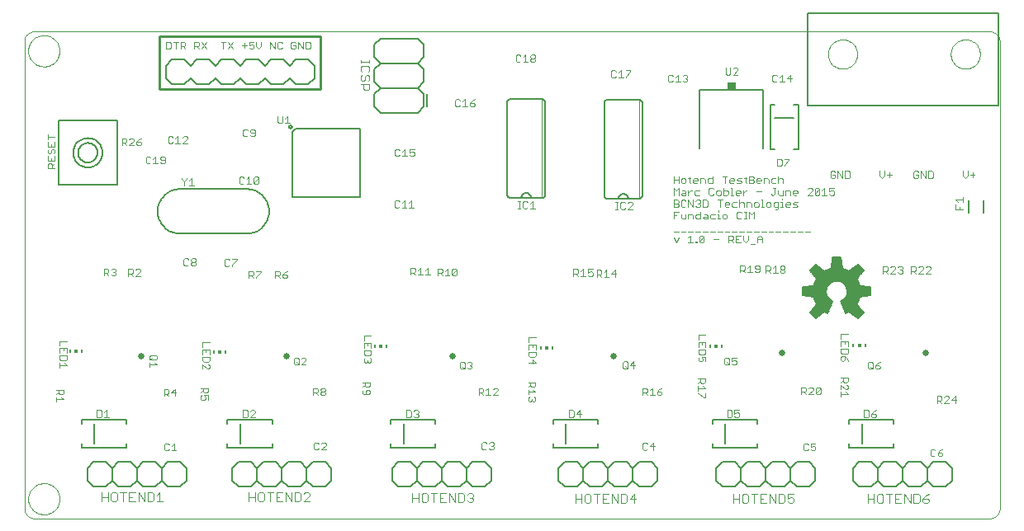
<source format=gto>
G75*
%MOIN*%
%OFA0B0*%
%FSLAX24Y24*%
%IPPOS*%
%LPD*%
%AMOC8*
5,1,8,0,0,1.08239X$1,22.5*
%
%ADD10C,0.0000*%
%ADD11C,0.0030*%
%ADD12C,0.0100*%
%ADD13C,0.0249*%
%ADD14C,0.0080*%
%ADD15R,0.0059X0.0118*%
%ADD16R,0.0118X0.0118*%
%ADD17C,0.0060*%
%ADD18C,0.0040*%
%ADD19C,0.0050*%
%ADD20R,0.0340X0.0300*%
%ADD21C,0.0020*%
%ADD22C,0.0059*%
D10*
X000754Y002824D02*
X039336Y002824D01*
X039375Y002826D01*
X039413Y002832D01*
X039450Y002841D01*
X039487Y002854D01*
X039522Y002871D01*
X039555Y002890D01*
X039586Y002913D01*
X039615Y002939D01*
X039641Y002968D01*
X039664Y002999D01*
X039683Y003032D01*
X039700Y003067D01*
X039713Y003104D01*
X039722Y003141D01*
X039728Y003179D01*
X039730Y003218D01*
X039730Y022115D01*
X039728Y022154D01*
X039722Y022192D01*
X039713Y022229D01*
X039700Y022266D01*
X039683Y022301D01*
X039664Y022334D01*
X039641Y022365D01*
X039615Y022394D01*
X039586Y022420D01*
X039555Y022443D01*
X039522Y022462D01*
X039487Y022479D01*
X039450Y022492D01*
X039413Y022501D01*
X039375Y022507D01*
X039336Y022509D01*
X000754Y022509D01*
X000715Y022507D01*
X000677Y022501D01*
X000640Y022492D01*
X000603Y022479D01*
X000568Y022462D01*
X000535Y022443D01*
X000504Y022420D01*
X000475Y022394D01*
X000449Y022365D01*
X000426Y022334D01*
X000407Y022301D01*
X000390Y022266D01*
X000377Y022229D01*
X000368Y022192D01*
X000362Y022154D01*
X000360Y022115D01*
X000360Y003218D01*
X000362Y003179D01*
X000368Y003141D01*
X000377Y003104D01*
X000390Y003067D01*
X000407Y003032D01*
X000426Y002999D01*
X000449Y002968D01*
X000475Y002939D01*
X000504Y002913D01*
X000535Y002890D01*
X000568Y002871D01*
X000603Y002854D01*
X000640Y002841D01*
X000677Y002832D01*
X000715Y002826D01*
X000754Y002824D01*
X000517Y003611D02*
X000519Y003661D01*
X000525Y003711D01*
X000535Y003760D01*
X000549Y003808D01*
X000566Y003855D01*
X000587Y003900D01*
X000612Y003944D01*
X000640Y003985D01*
X000672Y004024D01*
X000706Y004061D01*
X000743Y004095D01*
X000783Y004125D01*
X000825Y004152D01*
X000869Y004176D01*
X000915Y004197D01*
X000962Y004213D01*
X001010Y004226D01*
X001060Y004235D01*
X001109Y004240D01*
X001160Y004241D01*
X001210Y004238D01*
X001259Y004231D01*
X001308Y004220D01*
X001356Y004205D01*
X001402Y004187D01*
X001447Y004165D01*
X001490Y004139D01*
X001531Y004110D01*
X001570Y004078D01*
X001606Y004043D01*
X001638Y004005D01*
X001668Y003965D01*
X001695Y003922D01*
X001718Y003878D01*
X001737Y003832D01*
X001753Y003784D01*
X001765Y003735D01*
X001773Y003686D01*
X001777Y003636D01*
X001777Y003586D01*
X001773Y003536D01*
X001765Y003487D01*
X001753Y003438D01*
X001737Y003390D01*
X001718Y003344D01*
X001695Y003300D01*
X001668Y003257D01*
X001638Y003217D01*
X001606Y003179D01*
X001570Y003144D01*
X001531Y003112D01*
X001490Y003083D01*
X001447Y003057D01*
X001402Y003035D01*
X001356Y003017D01*
X001308Y003002D01*
X001259Y002991D01*
X001210Y002984D01*
X001160Y002981D01*
X001109Y002982D01*
X001060Y002987D01*
X001010Y002996D01*
X000962Y003009D01*
X000915Y003025D01*
X000869Y003046D01*
X000825Y003070D01*
X000783Y003097D01*
X000743Y003127D01*
X000706Y003161D01*
X000672Y003198D01*
X000640Y003237D01*
X000612Y003278D01*
X000587Y003322D01*
X000566Y003367D01*
X000549Y003414D01*
X000535Y003462D01*
X000525Y003511D01*
X000519Y003561D01*
X000517Y003611D01*
X000517Y021722D02*
X000519Y021772D01*
X000525Y021822D01*
X000535Y021871D01*
X000549Y021919D01*
X000566Y021966D01*
X000587Y022011D01*
X000612Y022055D01*
X000640Y022096D01*
X000672Y022135D01*
X000706Y022172D01*
X000743Y022206D01*
X000783Y022236D01*
X000825Y022263D01*
X000869Y022287D01*
X000915Y022308D01*
X000962Y022324D01*
X001010Y022337D01*
X001060Y022346D01*
X001109Y022351D01*
X001160Y022352D01*
X001210Y022349D01*
X001259Y022342D01*
X001308Y022331D01*
X001356Y022316D01*
X001402Y022298D01*
X001447Y022276D01*
X001490Y022250D01*
X001531Y022221D01*
X001570Y022189D01*
X001606Y022154D01*
X001638Y022116D01*
X001668Y022076D01*
X001695Y022033D01*
X001718Y021989D01*
X001737Y021943D01*
X001753Y021895D01*
X001765Y021846D01*
X001773Y021797D01*
X001777Y021747D01*
X001777Y021697D01*
X001773Y021647D01*
X001765Y021598D01*
X001753Y021549D01*
X001737Y021501D01*
X001718Y021455D01*
X001695Y021411D01*
X001668Y021368D01*
X001638Y021328D01*
X001606Y021290D01*
X001570Y021255D01*
X001531Y021223D01*
X001490Y021194D01*
X001447Y021168D01*
X001402Y021146D01*
X001356Y021128D01*
X001308Y021113D01*
X001259Y021102D01*
X001210Y021095D01*
X001160Y021092D01*
X001109Y021093D01*
X001060Y021098D01*
X001010Y021107D01*
X000962Y021120D01*
X000915Y021136D01*
X000869Y021157D01*
X000825Y021181D01*
X000783Y021208D01*
X000743Y021238D01*
X000706Y021272D01*
X000672Y021309D01*
X000640Y021348D01*
X000612Y021389D01*
X000587Y021433D01*
X000566Y021478D01*
X000549Y021525D01*
X000535Y021573D01*
X000525Y021622D01*
X000519Y021672D01*
X000517Y021722D01*
X032795Y021590D02*
X032797Y021638D01*
X032803Y021686D01*
X032813Y021733D01*
X032826Y021779D01*
X032844Y021824D01*
X032864Y021868D01*
X032889Y021910D01*
X032917Y021949D01*
X032947Y021986D01*
X032981Y022020D01*
X033018Y022052D01*
X033056Y022081D01*
X033097Y022106D01*
X033140Y022128D01*
X033185Y022146D01*
X033231Y022160D01*
X033278Y022171D01*
X033326Y022178D01*
X033374Y022181D01*
X033422Y022180D01*
X033470Y022175D01*
X033518Y022166D01*
X033564Y022154D01*
X033609Y022137D01*
X033653Y022117D01*
X033695Y022094D01*
X033735Y022067D01*
X033773Y022037D01*
X033808Y022004D01*
X033840Y021968D01*
X033870Y021930D01*
X033896Y021889D01*
X033918Y021846D01*
X033938Y021802D01*
X033953Y021757D01*
X033965Y021710D01*
X033973Y021662D01*
X033977Y021614D01*
X033977Y021566D01*
X033973Y021518D01*
X033965Y021470D01*
X033953Y021423D01*
X033938Y021378D01*
X033918Y021334D01*
X033896Y021291D01*
X033870Y021250D01*
X033840Y021212D01*
X033808Y021176D01*
X033773Y021143D01*
X033735Y021113D01*
X033695Y021086D01*
X033653Y021063D01*
X033609Y021043D01*
X033564Y021026D01*
X033518Y021014D01*
X033470Y021005D01*
X033422Y021000D01*
X033374Y020999D01*
X033326Y021002D01*
X033278Y021009D01*
X033231Y021020D01*
X033185Y021034D01*
X033140Y021052D01*
X033097Y021074D01*
X033056Y021099D01*
X033018Y021128D01*
X032981Y021160D01*
X032947Y021194D01*
X032917Y021231D01*
X032889Y021270D01*
X032864Y021312D01*
X032844Y021356D01*
X032826Y021401D01*
X032813Y021447D01*
X032803Y021494D01*
X032797Y021542D01*
X032795Y021590D01*
X037755Y021590D02*
X037757Y021638D01*
X037763Y021686D01*
X037773Y021733D01*
X037786Y021779D01*
X037804Y021824D01*
X037824Y021868D01*
X037849Y021910D01*
X037877Y021949D01*
X037907Y021986D01*
X037941Y022020D01*
X037978Y022052D01*
X038016Y022081D01*
X038057Y022106D01*
X038100Y022128D01*
X038145Y022146D01*
X038191Y022160D01*
X038238Y022171D01*
X038286Y022178D01*
X038334Y022181D01*
X038382Y022180D01*
X038430Y022175D01*
X038478Y022166D01*
X038524Y022154D01*
X038569Y022137D01*
X038613Y022117D01*
X038655Y022094D01*
X038695Y022067D01*
X038733Y022037D01*
X038768Y022004D01*
X038800Y021968D01*
X038830Y021930D01*
X038856Y021889D01*
X038878Y021846D01*
X038898Y021802D01*
X038913Y021757D01*
X038925Y021710D01*
X038933Y021662D01*
X038937Y021614D01*
X038937Y021566D01*
X038933Y021518D01*
X038925Y021470D01*
X038913Y021423D01*
X038898Y021378D01*
X038878Y021334D01*
X038856Y021291D01*
X038830Y021250D01*
X038800Y021212D01*
X038768Y021176D01*
X038733Y021143D01*
X038695Y021113D01*
X038655Y021086D01*
X038613Y021063D01*
X038569Y021043D01*
X038524Y021026D01*
X038478Y021014D01*
X038430Y021005D01*
X038382Y021000D01*
X038334Y020999D01*
X038286Y021002D01*
X038238Y021009D01*
X038191Y021020D01*
X038145Y021034D01*
X038100Y021052D01*
X038057Y021074D01*
X038016Y021099D01*
X037978Y021128D01*
X037941Y021160D01*
X037907Y021194D01*
X037877Y021231D01*
X037849Y021270D01*
X037824Y021312D01*
X037804Y021356D01*
X037786Y021401D01*
X037773Y021447D01*
X037763Y021494D01*
X037757Y021542D01*
X037755Y021590D01*
D11*
X031334Y020609D02*
X031141Y020609D01*
X031286Y020754D01*
X031286Y020464D01*
X031039Y020464D02*
X030846Y020464D01*
X030943Y020464D02*
X030943Y020754D01*
X030846Y020657D01*
X030745Y020705D02*
X030696Y020754D01*
X030600Y020754D01*
X030551Y020705D01*
X030551Y020512D01*
X030600Y020464D01*
X030696Y020464D01*
X030745Y020512D01*
X029153Y020759D02*
X028960Y020759D01*
X029153Y020953D01*
X029153Y021001D01*
X029105Y021049D01*
X029008Y021049D01*
X028960Y021001D01*
X028858Y021049D02*
X028858Y020807D01*
X028810Y020759D01*
X028713Y020759D01*
X028665Y020807D01*
X028665Y021049D01*
X027124Y020705D02*
X027124Y020657D01*
X027076Y020609D01*
X027124Y020560D01*
X027124Y020512D01*
X027076Y020464D01*
X026979Y020464D01*
X026931Y020512D01*
X026829Y020464D02*
X026636Y020464D01*
X026733Y020464D02*
X026733Y020754D01*
X026636Y020657D01*
X026535Y020705D02*
X026486Y020754D01*
X026390Y020754D01*
X026341Y020705D01*
X026341Y020512D01*
X026390Y020464D01*
X026486Y020464D01*
X026535Y020512D01*
X026931Y020705D02*
X026979Y020754D01*
X027076Y020754D01*
X027124Y020705D01*
X027076Y020609D02*
X027027Y020609D01*
X024824Y020885D02*
X024631Y020692D01*
X024631Y020644D01*
X024529Y020644D02*
X024336Y020644D01*
X024433Y020644D02*
X024433Y020934D01*
X024336Y020837D01*
X024235Y020885D02*
X024186Y020934D01*
X024090Y020934D01*
X024041Y020885D01*
X024041Y020692D01*
X024090Y020644D01*
X024186Y020644D01*
X024235Y020692D01*
X024631Y020934D02*
X024824Y020934D01*
X024824Y020885D01*
X020982Y021323D02*
X020933Y021275D01*
X020836Y021275D01*
X020788Y021323D01*
X020788Y021371D01*
X020836Y021420D01*
X020933Y021420D01*
X020982Y021371D01*
X020982Y021323D01*
X020933Y021420D02*
X020982Y021468D01*
X020982Y021516D01*
X020933Y021565D01*
X020836Y021565D01*
X020788Y021516D01*
X020788Y021468D01*
X020836Y021420D01*
X020687Y021275D02*
X020493Y021275D01*
X020590Y021275D02*
X020590Y021565D01*
X020493Y021468D01*
X020392Y021516D02*
X020344Y021565D01*
X020247Y021565D01*
X020199Y021516D01*
X020199Y021323D01*
X020247Y021275D01*
X020344Y021275D01*
X020392Y021323D01*
X018528Y019765D02*
X018431Y019716D01*
X018334Y019620D01*
X018479Y019620D01*
X018528Y019571D01*
X018528Y019523D01*
X018479Y019475D01*
X018382Y019475D01*
X018334Y019523D01*
X018334Y019620D01*
X018233Y019475D02*
X018039Y019475D01*
X018136Y019475D02*
X018136Y019765D01*
X018039Y019668D01*
X017938Y019716D02*
X017890Y019765D01*
X017793Y019765D01*
X017745Y019716D01*
X017745Y019523D01*
X017793Y019475D01*
X017890Y019475D01*
X017938Y019523D01*
X016094Y017754D02*
X015901Y017754D01*
X015901Y017609D01*
X015997Y017657D01*
X016046Y017657D01*
X016094Y017609D01*
X016094Y017512D01*
X016046Y017464D01*
X015949Y017464D01*
X015901Y017512D01*
X015799Y017464D02*
X015606Y017464D01*
X015703Y017464D02*
X015703Y017754D01*
X015606Y017657D01*
X015505Y017705D02*
X015456Y017754D01*
X015360Y017754D01*
X015311Y017705D01*
X015311Y017512D01*
X015360Y017464D01*
X015456Y017464D01*
X015505Y017512D01*
X015446Y015684D02*
X015350Y015684D01*
X015301Y015635D01*
X015301Y015442D01*
X015350Y015394D01*
X015446Y015394D01*
X015495Y015442D01*
X015596Y015394D02*
X015789Y015394D01*
X015693Y015394D02*
X015693Y015684D01*
X015596Y015587D01*
X015495Y015635D02*
X015446Y015684D01*
X015891Y015587D02*
X015987Y015684D01*
X015987Y015394D01*
X015891Y015394D02*
X016084Y015394D01*
X016090Y012953D02*
X016138Y012905D01*
X016138Y012808D01*
X016090Y012759D01*
X015945Y012759D01*
X015945Y012663D02*
X015945Y012953D01*
X016090Y012953D01*
X016240Y012856D02*
X016336Y012953D01*
X016336Y012663D01*
X016240Y012663D02*
X016433Y012663D01*
X016534Y012663D02*
X016728Y012663D01*
X016631Y012663D02*
X016631Y012953D01*
X016534Y012856D01*
X016138Y012663D02*
X016042Y012759D01*
X017035Y012729D02*
X017180Y012729D01*
X017228Y012778D01*
X017228Y012875D01*
X017180Y012923D01*
X017035Y012923D01*
X017035Y012633D01*
X017132Y012729D02*
X017228Y012633D01*
X017330Y012633D02*
X017523Y012633D01*
X017426Y012633D02*
X017426Y012923D01*
X017330Y012826D01*
X017624Y012875D02*
X017673Y012923D01*
X017769Y012923D01*
X017818Y012875D01*
X017624Y012681D01*
X017673Y012633D01*
X017769Y012633D01*
X017818Y012681D01*
X017818Y012875D01*
X017624Y012875D02*
X017624Y012681D01*
X020281Y015354D02*
X020378Y015354D01*
X020330Y015354D02*
X020330Y015644D01*
X020378Y015644D02*
X020281Y015644D01*
X020478Y015596D02*
X020478Y015402D01*
X020526Y015354D01*
X020623Y015354D01*
X020671Y015402D01*
X020772Y015354D02*
X020966Y015354D01*
X020869Y015354D02*
X020869Y015644D01*
X020772Y015547D01*
X020671Y015596D02*
X020623Y015644D01*
X020526Y015644D01*
X020478Y015596D01*
X024225Y015617D02*
X024321Y015617D01*
X024273Y015617D02*
X024273Y015327D01*
X024225Y015327D02*
X024321Y015327D01*
X024421Y015375D02*
X024421Y015569D01*
X024469Y015617D01*
X024566Y015617D01*
X024615Y015569D01*
X024716Y015569D02*
X024764Y015617D01*
X024861Y015617D01*
X024909Y015569D01*
X024909Y015520D01*
X024716Y015327D01*
X024909Y015327D01*
X024615Y015375D02*
X024566Y015327D01*
X024469Y015327D01*
X024421Y015375D01*
X026566Y015410D02*
X026711Y015410D01*
X026760Y015459D01*
X026760Y015507D01*
X026711Y015555D01*
X026566Y015555D01*
X026566Y015410D02*
X026566Y015700D01*
X026711Y015700D01*
X026760Y015652D01*
X026760Y015604D01*
X026711Y015555D01*
X026861Y015652D02*
X026861Y015459D01*
X026909Y015410D01*
X027006Y015410D01*
X027054Y015459D01*
X027155Y015410D02*
X027155Y015700D01*
X027349Y015410D01*
X027349Y015700D01*
X027450Y015652D02*
X027499Y015700D01*
X027595Y015700D01*
X027644Y015652D01*
X027644Y015604D01*
X027595Y015555D01*
X027644Y015507D01*
X027644Y015459D01*
X027595Y015410D01*
X027499Y015410D01*
X027450Y015459D01*
X027547Y015555D02*
X027595Y015555D01*
X027745Y015410D02*
X027890Y015410D01*
X027938Y015459D01*
X027938Y015652D01*
X027890Y015700D01*
X027745Y015700D01*
X027745Y015410D01*
X027644Y015220D02*
X027644Y014930D01*
X027499Y014930D01*
X027450Y014979D01*
X027450Y015075D01*
X027499Y015124D01*
X027644Y015124D01*
X027793Y015124D02*
X027890Y015124D01*
X027938Y015075D01*
X027938Y014930D01*
X027793Y014930D01*
X027745Y014979D01*
X027793Y015027D01*
X027938Y015027D01*
X028039Y015075D02*
X028039Y014979D01*
X028088Y014930D01*
X028233Y014930D01*
X028334Y014930D02*
X028431Y014930D01*
X028382Y014930D02*
X028382Y015124D01*
X028334Y015124D01*
X028233Y015124D02*
X028088Y015124D01*
X028039Y015075D01*
X028382Y015220D02*
X028382Y015269D01*
X028431Y015410D02*
X028431Y015700D01*
X028334Y015700D02*
X028528Y015700D01*
X028629Y015555D02*
X028629Y015459D01*
X028677Y015410D01*
X028774Y015410D01*
X028822Y015507D02*
X028629Y015507D01*
X028629Y015555D02*
X028677Y015604D01*
X028774Y015604D01*
X028822Y015555D01*
X028822Y015507D01*
X028923Y015555D02*
X028923Y015459D01*
X028972Y015410D01*
X029117Y015410D01*
X029218Y015410D02*
X029218Y015700D01*
X029266Y015604D02*
X029363Y015604D01*
X029412Y015555D01*
X029412Y015410D01*
X029513Y015410D02*
X029513Y015604D01*
X029658Y015604D01*
X029706Y015555D01*
X029706Y015410D01*
X029807Y015459D02*
X029856Y015410D01*
X029952Y015410D01*
X030001Y015459D01*
X030001Y015555D01*
X029952Y015604D01*
X029856Y015604D01*
X029807Y015555D01*
X029807Y015459D01*
X029804Y015220D02*
X029804Y014930D01*
X029611Y014930D02*
X029611Y015220D01*
X029708Y015124D01*
X029804Y015220D01*
X029511Y015220D02*
X029414Y015220D01*
X029463Y015220D02*
X029463Y014930D01*
X029511Y014930D02*
X029414Y014930D01*
X029313Y014979D02*
X029265Y014930D01*
X029168Y014930D01*
X029120Y014979D01*
X029120Y015172D01*
X029168Y015220D01*
X029265Y015220D01*
X029313Y015172D01*
X028724Y015075D02*
X028724Y014979D01*
X028676Y014930D01*
X028579Y014930D01*
X028531Y014979D01*
X028531Y015075D01*
X028579Y015124D01*
X028676Y015124D01*
X028724Y015075D01*
X028923Y015555D02*
X028972Y015604D01*
X029117Y015604D01*
X029218Y015555D02*
X029266Y015604D01*
X029216Y015890D02*
X029119Y015890D01*
X029071Y015939D01*
X029071Y016035D01*
X029119Y016084D01*
X029216Y016084D01*
X029264Y016035D01*
X029264Y015987D01*
X029071Y015987D01*
X028971Y015890D02*
X028874Y015890D01*
X028923Y015890D02*
X028923Y016180D01*
X028874Y016180D01*
X028773Y016035D02*
X028725Y016084D01*
X028580Y016084D01*
X028580Y016180D02*
X028580Y015890D01*
X028725Y015890D01*
X028773Y015939D01*
X028773Y016035D01*
X028478Y016035D02*
X028478Y015939D01*
X028430Y015890D01*
X028333Y015890D01*
X028285Y015939D01*
X028285Y016035D01*
X028333Y016084D01*
X028430Y016084D01*
X028478Y016035D01*
X028184Y015939D02*
X028135Y015890D01*
X028039Y015890D01*
X027990Y015939D01*
X027990Y016132D01*
X028039Y016180D01*
X028135Y016180D01*
X028184Y016132D01*
X028135Y016370D02*
X027990Y016370D01*
X027941Y016419D01*
X027941Y016515D01*
X027990Y016564D01*
X028135Y016564D01*
X028135Y016660D02*
X028135Y016370D01*
X027840Y016370D02*
X027840Y016515D01*
X027792Y016564D01*
X027647Y016564D01*
X027647Y016370D01*
X027545Y016467D02*
X027352Y016467D01*
X027352Y016515D02*
X027400Y016564D01*
X027497Y016564D01*
X027545Y016515D01*
X027545Y016467D01*
X027497Y016370D02*
X027400Y016370D01*
X027352Y016419D01*
X027352Y016515D01*
X027252Y016564D02*
X027155Y016564D01*
X027204Y016612D02*
X027204Y016419D01*
X027252Y016370D01*
X027054Y016419D02*
X027054Y016515D01*
X027006Y016564D01*
X026909Y016564D01*
X026861Y016515D01*
X026861Y016419D01*
X026909Y016370D01*
X027006Y016370D01*
X027054Y016419D01*
X026760Y016370D02*
X026760Y016660D01*
X026760Y016515D02*
X026566Y016515D01*
X026566Y016370D02*
X026566Y016660D01*
X026566Y016180D02*
X026663Y016084D01*
X026760Y016180D01*
X026760Y015890D01*
X026861Y015939D02*
X026909Y015987D01*
X027054Y015987D01*
X027054Y016035D02*
X027054Y015890D01*
X026909Y015890D01*
X026861Y015939D01*
X026909Y016084D02*
X027006Y016084D01*
X027054Y016035D01*
X027155Y015987D02*
X027252Y016084D01*
X027301Y016084D01*
X027401Y016035D02*
X027401Y015939D01*
X027449Y015890D01*
X027595Y015890D01*
X027595Y016084D02*
X027449Y016084D01*
X027401Y016035D01*
X027155Y016084D02*
X027155Y015890D01*
X027006Y015700D02*
X026909Y015700D01*
X026861Y015652D01*
X027006Y015700D02*
X027054Y015652D01*
X026566Y015890D02*
X026566Y016180D01*
X026566Y015220D02*
X026760Y015220D01*
X026861Y015124D02*
X026861Y014979D01*
X026909Y014930D01*
X027054Y014930D01*
X027054Y015124D01*
X027155Y015124D02*
X027301Y015124D01*
X027349Y015075D01*
X027349Y014930D01*
X027155Y014930D02*
X027155Y015124D01*
X026663Y015075D02*
X026566Y015075D01*
X026566Y014930D02*
X026566Y015220D01*
X026566Y014402D02*
X026760Y014402D01*
X026861Y014402D02*
X027054Y014402D01*
X027155Y014402D02*
X027349Y014402D01*
X027450Y014402D02*
X027644Y014402D01*
X027745Y014402D02*
X027938Y014402D01*
X028039Y014402D02*
X028233Y014402D01*
X028334Y014402D02*
X028528Y014402D01*
X028629Y014402D02*
X028822Y014402D01*
X028923Y014402D02*
X029117Y014402D01*
X029218Y014402D02*
X029412Y014402D01*
X029513Y014402D02*
X029706Y014402D01*
X029807Y014402D02*
X030001Y014402D01*
X030102Y014402D02*
X030296Y014402D01*
X030397Y014402D02*
X030590Y014402D01*
X030691Y014402D02*
X030885Y014402D01*
X030986Y014402D02*
X031179Y014402D01*
X031281Y014402D02*
X031474Y014402D01*
X031575Y014402D02*
X031769Y014402D01*
X031870Y014402D02*
X032063Y014402D01*
X031524Y015410D02*
X031572Y015459D01*
X031524Y015507D01*
X031427Y015507D01*
X031379Y015555D01*
X031427Y015604D01*
X031572Y015604D01*
X031524Y015410D02*
X031379Y015410D01*
X031278Y015507D02*
X031084Y015507D01*
X031084Y015555D02*
X031133Y015604D01*
X031229Y015604D01*
X031278Y015555D01*
X031278Y015507D01*
X031229Y015410D02*
X031133Y015410D01*
X031084Y015459D01*
X031084Y015555D01*
X030936Y015604D02*
X030936Y015410D01*
X030888Y015410D02*
X030984Y015410D01*
X030787Y015410D02*
X030641Y015410D01*
X030593Y015459D01*
X030593Y015555D01*
X030641Y015604D01*
X030787Y015604D01*
X030787Y015362D01*
X030738Y015313D01*
X030690Y015313D01*
X030492Y015459D02*
X030492Y015555D01*
X030444Y015604D01*
X030347Y015604D01*
X030298Y015555D01*
X030298Y015459D01*
X030347Y015410D01*
X030444Y015410D01*
X030492Y015459D01*
X030199Y015410D02*
X030102Y015410D01*
X030150Y015410D02*
X030150Y015700D01*
X030102Y015700D01*
X030495Y015939D02*
X030543Y015890D01*
X030592Y015890D01*
X030640Y015939D01*
X030640Y016180D01*
X030592Y016180D02*
X030688Y016180D01*
X030790Y016084D02*
X030790Y015939D01*
X030838Y015890D01*
X030983Y015890D01*
X030983Y016084D01*
X031084Y016084D02*
X031229Y016084D01*
X031278Y016035D01*
X031278Y015890D01*
X031379Y015939D02*
X031379Y016035D01*
X031427Y016084D01*
X031524Y016084D01*
X031572Y016035D01*
X031572Y015987D01*
X031379Y015987D01*
X031379Y015939D02*
X031427Y015890D01*
X031524Y015890D01*
X031084Y015890D02*
X031084Y016084D01*
X030983Y016370D02*
X030983Y016515D01*
X030935Y016564D01*
X030838Y016564D01*
X030790Y016515D01*
X030688Y016564D02*
X030543Y016564D01*
X030495Y016515D01*
X030495Y016419D01*
X030543Y016370D01*
X030688Y016370D01*
X030790Y016370D02*
X030790Y016660D01*
X030394Y016515D02*
X030394Y016370D01*
X030394Y016515D02*
X030345Y016564D01*
X030200Y016564D01*
X030200Y016370D01*
X030099Y016467D02*
X029906Y016467D01*
X029906Y016515D02*
X029954Y016564D01*
X030051Y016564D01*
X030099Y016515D01*
X030099Y016467D01*
X030051Y016370D02*
X029954Y016370D01*
X029906Y016419D01*
X029906Y016515D01*
X029804Y016467D02*
X029804Y016419D01*
X029756Y016370D01*
X029611Y016370D01*
X029611Y016660D01*
X029756Y016660D01*
X029804Y016612D01*
X029804Y016564D01*
X029756Y016515D01*
X029611Y016515D01*
X029511Y016564D02*
X029414Y016564D01*
X029463Y016612D02*
X029463Y016419D01*
X029511Y016370D01*
X029313Y016419D02*
X029265Y016467D01*
X029168Y016467D01*
X029120Y016515D01*
X029168Y016564D01*
X029313Y016564D01*
X029313Y016419D02*
X029265Y016370D01*
X029120Y016370D01*
X029019Y016467D02*
X028825Y016467D01*
X028825Y016515D02*
X028874Y016564D01*
X028970Y016564D01*
X029019Y016515D01*
X029019Y016467D01*
X028970Y016370D02*
X028874Y016370D01*
X028825Y016419D01*
X028825Y016515D01*
X028724Y016660D02*
X028531Y016660D01*
X028627Y016660D02*
X028627Y016370D01*
X029365Y016084D02*
X029365Y015890D01*
X029365Y015987D02*
X029462Y016084D01*
X029510Y016084D01*
X029906Y016035D02*
X030099Y016035D01*
X029804Y016467D02*
X029756Y016515D01*
X030735Y017069D02*
X030735Y017359D01*
X030880Y017359D01*
X030928Y017311D01*
X030928Y017117D01*
X030880Y017069D01*
X030735Y017069D01*
X031030Y017069D02*
X031030Y017117D01*
X031223Y017311D01*
X031223Y017359D01*
X031030Y017359D01*
X032017Y016180D02*
X031968Y016132D01*
X032017Y016180D02*
X032113Y016180D01*
X032162Y016132D01*
X032162Y016084D01*
X031968Y015890D01*
X032162Y015890D01*
X032263Y015939D02*
X032456Y016132D01*
X032456Y015939D01*
X032408Y015890D01*
X032311Y015890D01*
X032263Y015939D01*
X032263Y016132D01*
X032311Y016180D01*
X032408Y016180D01*
X032456Y016132D01*
X032557Y016084D02*
X032654Y016180D01*
X032654Y015890D01*
X032557Y015890D02*
X032751Y015890D01*
X032852Y015939D02*
X032900Y015890D01*
X032997Y015890D01*
X033046Y015939D01*
X033046Y016035D01*
X032997Y016084D01*
X032949Y016084D01*
X032852Y016035D01*
X032852Y016180D01*
X033046Y016180D01*
X033040Y016579D02*
X033088Y016627D01*
X033088Y016724D01*
X032992Y016724D01*
X033088Y016821D02*
X033040Y016869D01*
X032943Y016869D01*
X032895Y016821D01*
X032895Y016627D01*
X032943Y016579D01*
X033040Y016579D01*
X033190Y016579D02*
X033190Y016869D01*
X033383Y016579D01*
X033383Y016869D01*
X033484Y016869D02*
X033629Y016869D01*
X033678Y016821D01*
X033678Y016627D01*
X033629Y016579D01*
X033484Y016579D01*
X033484Y016869D01*
X034875Y016869D02*
X034875Y016676D01*
X034972Y016579D01*
X035068Y016676D01*
X035068Y016869D01*
X035170Y016724D02*
X035363Y016724D01*
X035266Y016821D02*
X035266Y016627D01*
X036255Y016627D02*
X036303Y016579D01*
X036400Y016579D01*
X036448Y016627D01*
X036448Y016724D01*
X036352Y016724D01*
X036448Y016821D02*
X036400Y016869D01*
X036303Y016869D01*
X036255Y016821D01*
X036255Y016627D01*
X036550Y016579D02*
X036550Y016869D01*
X036743Y016579D01*
X036743Y016869D01*
X036844Y016869D02*
X036989Y016869D01*
X037038Y016821D01*
X037038Y016627D01*
X036989Y016579D01*
X036844Y016579D01*
X036844Y016869D01*
X038235Y016869D02*
X038235Y016676D01*
X038332Y016579D01*
X038428Y016676D01*
X038428Y016869D01*
X038530Y016724D02*
X038723Y016724D01*
X038626Y016821D02*
X038626Y016627D01*
X038245Y015807D02*
X038245Y015614D01*
X038245Y015710D02*
X037955Y015710D01*
X038052Y015614D01*
X037955Y015513D02*
X037955Y015319D01*
X038245Y015319D01*
X038100Y015319D02*
X038100Y015416D01*
X036889Y013013D02*
X036793Y013013D01*
X036744Y012965D01*
X036643Y012965D02*
X036595Y013013D01*
X036498Y013013D01*
X036450Y012965D01*
X036348Y012965D02*
X036348Y012868D01*
X036300Y012819D01*
X036155Y012819D01*
X036155Y012723D02*
X036155Y013013D01*
X036300Y013013D01*
X036348Y012965D01*
X036252Y012819D02*
X036348Y012723D01*
X036450Y012723D02*
X036643Y012916D01*
X036643Y012965D01*
X036643Y012723D02*
X036450Y012723D01*
X036744Y012723D02*
X036938Y012916D01*
X036938Y012965D01*
X036889Y013013D01*
X036938Y012723D02*
X036744Y012723D01*
X035808Y012771D02*
X035759Y012723D01*
X035663Y012723D01*
X035614Y012771D01*
X035513Y012723D02*
X035320Y012723D01*
X035513Y012916D01*
X035513Y012965D01*
X035465Y013013D01*
X035368Y013013D01*
X035320Y012965D01*
X035218Y012965D02*
X035218Y012868D01*
X035170Y012819D01*
X035025Y012819D01*
X035025Y012723D02*
X035025Y013013D01*
X035170Y013013D01*
X035218Y012965D01*
X035122Y012819D02*
X035218Y012723D01*
X035614Y012965D02*
X035663Y013013D01*
X035759Y013013D01*
X035808Y012965D01*
X035808Y012916D01*
X035759Y012868D01*
X035808Y012819D01*
X035808Y012771D01*
X035759Y012868D02*
X035711Y012868D01*
X033615Y010263D02*
X033325Y010263D01*
X033325Y010069D01*
X033325Y009968D02*
X033325Y009775D01*
X033325Y009673D02*
X033325Y009528D01*
X033373Y009480D01*
X033567Y009480D01*
X033615Y009528D01*
X033615Y009673D01*
X033325Y009673D01*
X033470Y009871D02*
X033470Y009968D01*
X033615Y009968D02*
X033325Y009968D01*
X033615Y009968D02*
X033615Y009775D01*
X033470Y009379D02*
X033470Y009234D01*
X033422Y009185D01*
X033373Y009185D01*
X033325Y009234D01*
X033325Y009330D01*
X033373Y009379D01*
X033470Y009379D01*
X033567Y009282D01*
X033615Y009185D01*
X034405Y009105D02*
X034405Y008911D01*
X034453Y008863D01*
X034550Y008863D01*
X034598Y008911D01*
X034598Y009105D01*
X034550Y009153D01*
X034453Y009153D01*
X034405Y009105D01*
X034502Y008959D02*
X034598Y008863D01*
X034700Y008911D02*
X034748Y008863D01*
X034845Y008863D01*
X034893Y008911D01*
X034893Y008959D01*
X034845Y009008D01*
X034700Y009008D01*
X034700Y008911D01*
X034700Y009008D02*
X034796Y009105D01*
X034893Y009153D01*
X033602Y008519D02*
X033602Y008374D01*
X033553Y008326D01*
X033456Y008326D01*
X033408Y008374D01*
X033408Y008519D01*
X033311Y008519D02*
X033602Y008519D01*
X033408Y008422D02*
X033311Y008326D01*
X033311Y008224D02*
X033505Y008031D01*
X033553Y008031D01*
X033602Y008079D01*
X033602Y008176D01*
X033553Y008224D01*
X033311Y008224D02*
X033311Y008031D01*
X033311Y007930D02*
X033311Y007736D01*
X033311Y007833D02*
X033602Y007833D01*
X033505Y007930D01*
X032498Y007881D02*
X032449Y007833D01*
X032353Y007833D01*
X032304Y007881D01*
X032498Y008075D01*
X032498Y007881D01*
X032498Y008075D02*
X032449Y008123D01*
X032353Y008123D01*
X032304Y008075D01*
X032304Y007881D01*
X032203Y007833D02*
X032010Y007833D01*
X032203Y008026D01*
X032203Y008075D01*
X032155Y008123D01*
X032058Y008123D01*
X032010Y008075D01*
X031908Y008075D02*
X031908Y007978D01*
X031860Y007929D01*
X031715Y007929D01*
X031715Y007833D02*
X031715Y008123D01*
X031860Y008123D01*
X031908Y008075D01*
X031812Y007929D02*
X031908Y007833D01*
X034248Y007203D02*
X034248Y006913D01*
X034393Y006913D01*
X034442Y006961D01*
X034442Y007155D01*
X034393Y007203D01*
X034248Y007203D01*
X034543Y007058D02*
X034688Y007058D01*
X034736Y007009D01*
X034736Y006961D01*
X034688Y006913D01*
X034591Y006913D01*
X034543Y006961D01*
X034543Y007058D01*
X034640Y007155D01*
X034736Y007203D01*
X037195Y007483D02*
X037195Y007773D01*
X037340Y007773D01*
X037388Y007725D01*
X037388Y007628D01*
X037340Y007579D01*
X037195Y007579D01*
X037292Y007579D02*
X037388Y007483D01*
X037490Y007483D02*
X037683Y007676D01*
X037683Y007725D01*
X037635Y007773D01*
X037538Y007773D01*
X037490Y007725D01*
X037490Y007483D02*
X037683Y007483D01*
X037784Y007628D02*
X037978Y007628D01*
X037929Y007773D02*
X037784Y007628D01*
X037929Y007483D02*
X037929Y007773D01*
X037419Y005627D02*
X037323Y005579D01*
X037226Y005482D01*
X037371Y005482D01*
X037419Y005434D01*
X037419Y005386D01*
X037371Y005337D01*
X037274Y005337D01*
X037226Y005386D01*
X037226Y005482D01*
X037125Y005386D02*
X037076Y005337D01*
X036980Y005337D01*
X036931Y005386D01*
X036931Y005579D01*
X036980Y005627D01*
X037076Y005627D01*
X037125Y005579D01*
X032289Y005616D02*
X032241Y005567D01*
X032144Y005567D01*
X032096Y005616D01*
X032096Y005712D02*
X032193Y005761D01*
X032241Y005761D01*
X032289Y005712D01*
X032289Y005616D01*
X032096Y005712D02*
X032096Y005857D01*
X032289Y005857D01*
X031995Y005809D02*
X031946Y005857D01*
X031850Y005857D01*
X031801Y005809D01*
X031801Y005616D01*
X031850Y005567D01*
X031946Y005567D01*
X031995Y005616D01*
X029216Y006961D02*
X029168Y006913D01*
X029071Y006913D01*
X029023Y006961D01*
X029023Y007058D02*
X029120Y007106D01*
X029168Y007106D01*
X029216Y007058D01*
X029216Y006961D01*
X029023Y007058D02*
X029023Y007203D01*
X029216Y007203D01*
X028922Y007155D02*
X028922Y006961D01*
X028873Y006913D01*
X028728Y006913D01*
X028728Y007203D01*
X028873Y007203D01*
X028922Y007155D01*
X027832Y007696D02*
X027783Y007696D01*
X027590Y007890D01*
X027541Y007890D01*
X027541Y007991D02*
X027541Y008184D01*
X027541Y008088D02*
X027832Y008088D01*
X027735Y008184D01*
X027783Y008286D02*
X027686Y008286D01*
X027638Y008334D01*
X027638Y008479D01*
X027541Y008479D02*
X027832Y008479D01*
X027832Y008334D01*
X027783Y008286D01*
X027638Y008382D02*
X027541Y008286D01*
X027832Y007890D02*
X027832Y007696D01*
X026088Y007851D02*
X026088Y007899D01*
X026039Y007948D01*
X025894Y007948D01*
X025894Y007851D01*
X025943Y007803D01*
X026039Y007803D01*
X026088Y007851D01*
X025991Y008045D02*
X025894Y007948D01*
X025991Y008045D02*
X026088Y008093D01*
X025696Y008093D02*
X025696Y007803D01*
X025600Y007803D02*
X025793Y007803D01*
X025600Y007996D02*
X025696Y008093D01*
X025498Y008045D02*
X025498Y007948D01*
X025450Y007899D01*
X025305Y007899D01*
X025305Y007803D02*
X025305Y008093D01*
X025450Y008093D01*
X025498Y008045D01*
X025402Y007899D02*
X025498Y007803D01*
X024955Y008873D02*
X024955Y009163D01*
X024810Y009018D01*
X025003Y009018D01*
X024708Y009115D02*
X024660Y009163D01*
X024563Y009163D01*
X024515Y009115D01*
X024515Y008921D01*
X024563Y008873D01*
X024660Y008873D01*
X024708Y008921D01*
X024708Y009115D01*
X024612Y008969D02*
X024708Y008873D01*
X022778Y007203D02*
X022633Y007058D01*
X022826Y007058D01*
X022778Y006913D02*
X022778Y007203D01*
X022532Y007155D02*
X022532Y006961D01*
X022483Y006913D01*
X022338Y006913D01*
X022338Y007203D01*
X022483Y007203D01*
X022532Y007155D01*
X020985Y007588D02*
X020937Y007540D01*
X020888Y007540D01*
X020840Y007588D01*
X020792Y007540D01*
X020743Y007540D01*
X020695Y007588D01*
X020695Y007685D01*
X020743Y007733D01*
X020695Y007835D02*
X020695Y008028D01*
X020695Y007931D02*
X020985Y007931D01*
X020888Y008028D01*
X020840Y008129D02*
X020792Y008178D01*
X020792Y008323D01*
X020695Y008323D02*
X020985Y008323D01*
X020985Y008178D01*
X020937Y008129D01*
X020840Y008129D01*
X020792Y008226D02*
X020695Y008129D01*
X020937Y007733D02*
X020985Y007685D01*
X020985Y007588D01*
X020840Y007588D02*
X020840Y007637D01*
X019478Y007803D02*
X019284Y007803D01*
X019478Y007996D01*
X019478Y008045D01*
X019429Y008093D01*
X019333Y008093D01*
X019284Y008045D01*
X019086Y008093D02*
X019086Y007803D01*
X018990Y007803D02*
X019183Y007803D01*
X018990Y007996D02*
X019086Y008093D01*
X018888Y008045D02*
X018888Y007948D01*
X018840Y007899D01*
X018695Y007899D01*
X018695Y007803D02*
X018695Y008093D01*
X018840Y008093D01*
X018888Y008045D01*
X018792Y007899D02*
X018888Y007803D01*
X018375Y008863D02*
X018278Y008863D01*
X018230Y008911D01*
X018128Y008911D02*
X018080Y008863D01*
X017983Y008863D01*
X017935Y008911D01*
X017935Y009105D01*
X017983Y009153D01*
X018080Y009153D01*
X018128Y009105D01*
X018128Y008911D01*
X018128Y008863D02*
X018032Y008959D01*
X018230Y009105D02*
X018278Y009153D01*
X018375Y009153D01*
X018423Y009105D01*
X018423Y009056D01*
X018375Y009008D01*
X018423Y008959D01*
X018423Y008911D01*
X018375Y008863D01*
X018375Y009008D02*
X018326Y009008D01*
X020715Y009114D02*
X021005Y009114D01*
X020860Y009259D01*
X020860Y009065D01*
X020763Y009360D02*
X020957Y009360D01*
X021005Y009408D01*
X021005Y009553D01*
X020715Y009553D01*
X020715Y009408D01*
X020763Y009360D01*
X020715Y009655D02*
X020715Y009848D01*
X021005Y009848D01*
X021005Y009655D01*
X020860Y009751D02*
X020860Y009848D01*
X020715Y009949D02*
X020715Y010143D01*
X021005Y010143D01*
X022515Y012613D02*
X022515Y012903D01*
X022660Y012903D01*
X022708Y012855D01*
X022708Y012758D01*
X022660Y012709D01*
X022515Y012709D01*
X022612Y012709D02*
X022708Y012613D01*
X022810Y012613D02*
X023003Y012613D01*
X022906Y012613D02*
X022906Y012903D01*
X022810Y012806D01*
X023104Y012758D02*
X023201Y012806D01*
X023249Y012806D01*
X023298Y012758D01*
X023298Y012661D01*
X023249Y012613D01*
X023153Y012613D01*
X023104Y012661D01*
X023104Y012758D02*
X023104Y012903D01*
X023298Y012903D01*
X023465Y012873D02*
X023610Y012873D01*
X023658Y012825D01*
X023658Y012728D01*
X023610Y012679D01*
X023465Y012679D01*
X023465Y012583D02*
X023465Y012873D01*
X023562Y012679D02*
X023658Y012583D01*
X023760Y012583D02*
X023953Y012583D01*
X023856Y012583D02*
X023856Y012873D01*
X023760Y012776D01*
X024054Y012728D02*
X024248Y012728D01*
X024199Y012873D02*
X024054Y012728D01*
X024199Y012583D02*
X024199Y012873D01*
X026566Y014164D02*
X026663Y013970D01*
X026760Y014164D01*
X027155Y014164D02*
X027252Y014260D01*
X027252Y013970D01*
X027155Y013970D02*
X027349Y013970D01*
X027450Y013970D02*
X027499Y013970D01*
X027499Y014019D01*
X027450Y014019D01*
X027450Y013970D01*
X027597Y014019D02*
X027791Y014212D01*
X027791Y014019D01*
X027743Y013970D01*
X027646Y013970D01*
X027597Y014019D01*
X027597Y014212D01*
X027646Y014260D01*
X027743Y014260D01*
X027791Y014212D01*
X028187Y014115D02*
X028380Y014115D01*
X028776Y014067D02*
X028921Y014067D01*
X028970Y014115D01*
X028970Y014212D01*
X028921Y014260D01*
X028776Y014260D01*
X028776Y013970D01*
X028873Y014067D02*
X028970Y013970D01*
X029071Y013970D02*
X029071Y014260D01*
X029264Y014260D01*
X029365Y014260D02*
X029365Y014067D01*
X029462Y013970D01*
X029559Y014067D01*
X029559Y014260D01*
X029660Y013922D02*
X029854Y013922D01*
X029955Y013970D02*
X029955Y014164D01*
X030051Y014260D01*
X030148Y014164D01*
X030148Y013970D01*
X030148Y014115D02*
X029955Y014115D01*
X029264Y013970D02*
X029071Y013970D01*
X029071Y014115D02*
X029167Y014115D01*
X029255Y013053D02*
X029400Y013053D01*
X029448Y013005D01*
X029448Y012908D01*
X029400Y012859D01*
X029255Y012859D01*
X029255Y012763D02*
X029255Y013053D01*
X029352Y012859D02*
X029448Y012763D01*
X029550Y012763D02*
X029743Y012763D01*
X029646Y012763D02*
X029646Y013053D01*
X029550Y012956D01*
X029844Y012956D02*
X029893Y012908D01*
X030038Y012908D01*
X030038Y012811D02*
X030038Y013005D01*
X029989Y013053D01*
X029893Y013053D01*
X029844Y013005D01*
X029844Y012956D01*
X029844Y012811D02*
X029893Y012763D01*
X029989Y012763D01*
X030038Y012811D01*
X030275Y012839D02*
X030420Y012839D01*
X030468Y012888D01*
X030468Y012985D01*
X030420Y013033D01*
X030275Y013033D01*
X030275Y012743D01*
X030372Y012839D02*
X030468Y012743D01*
X030570Y012743D02*
X030763Y012743D01*
X030666Y012743D02*
X030666Y013033D01*
X030570Y012936D01*
X030864Y012936D02*
X030913Y012888D01*
X031009Y012888D01*
X031058Y012839D01*
X031058Y012791D01*
X031009Y012743D01*
X030913Y012743D01*
X030864Y012791D01*
X030864Y012839D01*
X030913Y012888D01*
X030864Y012936D02*
X030864Y012985D01*
X030913Y013033D01*
X031009Y013033D01*
X031058Y012985D01*
X031058Y012936D01*
X031009Y012888D01*
X027855Y010243D02*
X027565Y010243D01*
X027565Y010049D01*
X027565Y009948D02*
X027565Y009755D01*
X027565Y009653D02*
X027565Y009508D01*
X027613Y009460D01*
X027807Y009460D01*
X027855Y009508D01*
X027855Y009653D01*
X027565Y009653D01*
X027710Y009851D02*
X027710Y009948D01*
X027855Y009948D02*
X027565Y009948D01*
X027855Y009948D02*
X027855Y009755D01*
X027855Y009359D02*
X027710Y009359D01*
X027758Y009262D01*
X027758Y009214D01*
X027710Y009165D01*
X027613Y009165D01*
X027565Y009214D01*
X027565Y009310D01*
X027613Y009359D01*
X027855Y009359D02*
X027855Y009165D01*
X028605Y009081D02*
X028653Y009033D01*
X028750Y009033D01*
X028798Y009081D01*
X028798Y009275D01*
X028750Y009323D01*
X028653Y009323D01*
X028605Y009275D01*
X028605Y009081D01*
X028702Y009129D02*
X028798Y009033D01*
X028900Y009081D02*
X028948Y009033D01*
X029045Y009033D01*
X029093Y009081D01*
X029093Y009178D01*
X029045Y009226D01*
X028996Y009226D01*
X028900Y009178D01*
X028900Y009323D01*
X029093Y009323D01*
X025751Y005877D02*
X025606Y005732D01*
X025799Y005732D01*
X025751Y005587D02*
X025751Y005877D01*
X025505Y005829D02*
X025456Y005877D01*
X025360Y005877D01*
X025311Y005829D01*
X025311Y005636D01*
X025360Y005587D01*
X025456Y005587D01*
X025505Y005636D01*
X019309Y005656D02*
X019261Y005607D01*
X019164Y005607D01*
X019116Y005656D01*
X019015Y005656D02*
X018966Y005607D01*
X018870Y005607D01*
X018821Y005656D01*
X018821Y005849D01*
X018870Y005897D01*
X018966Y005897D01*
X019015Y005849D01*
X019116Y005849D02*
X019164Y005897D01*
X019261Y005897D01*
X019309Y005849D01*
X019309Y005801D01*
X019261Y005752D01*
X019309Y005704D01*
X019309Y005656D01*
X019261Y005752D02*
X019213Y005752D01*
X016266Y006961D02*
X016218Y006913D01*
X016121Y006913D01*
X016073Y006961D01*
X015972Y006961D02*
X015972Y007155D01*
X015923Y007203D01*
X015778Y007203D01*
X015778Y006913D01*
X015923Y006913D01*
X015972Y006961D01*
X016073Y007155D02*
X016121Y007203D01*
X016218Y007203D01*
X016266Y007155D01*
X016266Y007106D01*
X016218Y007058D01*
X016266Y007009D01*
X016266Y006961D01*
X016218Y007058D02*
X016170Y007058D01*
X014295Y007883D02*
X014295Y007980D01*
X014247Y008028D01*
X014198Y008028D01*
X014150Y007980D01*
X014150Y007835D01*
X014053Y007835D02*
X014247Y007835D01*
X014295Y007883D01*
X014053Y007835D02*
X014005Y007883D01*
X014005Y007980D01*
X014053Y008028D01*
X014005Y008129D02*
X014102Y008226D01*
X014102Y008178D02*
X014102Y008323D01*
X014005Y008323D02*
X014295Y008323D01*
X014295Y008178D01*
X014247Y008129D01*
X014150Y008129D01*
X014102Y008178D01*
X014113Y009125D02*
X014065Y009174D01*
X014065Y009270D01*
X014113Y009319D01*
X014113Y009420D02*
X014065Y009468D01*
X014065Y009613D01*
X014355Y009613D01*
X014355Y009468D01*
X014307Y009420D01*
X014113Y009420D01*
X014307Y009319D02*
X014355Y009270D01*
X014355Y009174D01*
X014307Y009125D01*
X014258Y009125D01*
X014210Y009174D01*
X014162Y009125D01*
X014113Y009125D01*
X014210Y009174D02*
X014210Y009222D01*
X014065Y009715D02*
X014065Y009908D01*
X014355Y009908D01*
X014355Y009715D01*
X014210Y009811D02*
X014210Y009908D01*
X014065Y010009D02*
X014065Y010203D01*
X014355Y010203D01*
X011723Y009275D02*
X011675Y009323D01*
X011578Y009323D01*
X011530Y009275D01*
X011428Y009275D02*
X011428Y009081D01*
X011380Y009033D01*
X011283Y009033D01*
X011235Y009081D01*
X011235Y009275D01*
X011283Y009323D01*
X011380Y009323D01*
X011428Y009275D01*
X011332Y009129D02*
X011428Y009033D01*
X011530Y009033D02*
X011723Y009226D01*
X011723Y009275D01*
X011723Y009033D02*
X011530Y009033D01*
X012025Y008093D02*
X012170Y008093D01*
X012218Y008045D01*
X012218Y007948D01*
X012170Y007899D01*
X012025Y007899D01*
X012025Y007803D02*
X012025Y008093D01*
X012122Y007899D02*
X012218Y007803D01*
X012320Y007851D02*
X012320Y007899D01*
X012368Y007948D01*
X012465Y007948D01*
X012513Y007899D01*
X012513Y007851D01*
X012465Y007803D01*
X012368Y007803D01*
X012320Y007851D01*
X012368Y007948D02*
X012320Y007996D01*
X012320Y008045D01*
X012368Y008093D01*
X012465Y008093D01*
X012513Y008045D01*
X012513Y007996D01*
X012465Y007948D01*
X009674Y007155D02*
X009625Y007203D01*
X009529Y007203D01*
X009480Y007155D01*
X009379Y007155D02*
X009379Y006961D01*
X009331Y006913D01*
X009186Y006913D01*
X009186Y007203D01*
X009331Y007203D01*
X009379Y007155D01*
X009480Y006913D02*
X009674Y007106D01*
X009674Y007155D01*
X009674Y006913D02*
X009480Y006913D01*
X007765Y007605D02*
X007765Y007798D01*
X007620Y007798D01*
X007668Y007701D01*
X007668Y007653D01*
X007620Y007605D01*
X007523Y007605D01*
X007475Y007653D01*
X007475Y007750D01*
X007523Y007798D01*
X007475Y007899D02*
X007572Y007996D01*
X007572Y007948D02*
X007572Y008093D01*
X007475Y008093D02*
X007765Y008093D01*
X007765Y007948D01*
X007717Y007899D01*
X007620Y007899D01*
X007572Y007948D01*
X006483Y007908D02*
X006290Y007908D01*
X006435Y008053D01*
X006435Y007763D01*
X006188Y007763D02*
X006092Y007859D01*
X006140Y007859D02*
X005995Y007859D01*
X005995Y007763D02*
X005995Y008053D01*
X006140Y008053D01*
X006188Y008005D01*
X006188Y007908D01*
X006140Y007859D01*
X007545Y008865D02*
X007545Y009059D01*
X007738Y008865D01*
X007787Y008865D01*
X007835Y008914D01*
X007835Y009010D01*
X007787Y009059D01*
X007787Y009160D02*
X007593Y009160D01*
X007545Y009208D01*
X007545Y009353D01*
X007835Y009353D01*
X007835Y009208D01*
X007787Y009160D01*
X007835Y009455D02*
X007835Y009648D01*
X007545Y009648D01*
X007545Y009455D01*
X007690Y009551D02*
X007690Y009648D01*
X007545Y009749D02*
X007545Y009943D01*
X007835Y009943D01*
X005708Y009374D02*
X005708Y009278D01*
X005660Y009229D01*
X005466Y009229D01*
X005418Y009278D01*
X005418Y009374D01*
X005466Y009423D01*
X005660Y009423D01*
X005708Y009374D01*
X005515Y009326D02*
X005418Y009229D01*
X005418Y009128D02*
X005418Y008935D01*
X005418Y009031D02*
X005708Y009031D01*
X005611Y009128D01*
X003683Y007203D02*
X003683Y006913D01*
X003586Y006913D02*
X003780Y006913D01*
X003586Y007106D02*
X003683Y007203D01*
X003485Y007155D02*
X003436Y007203D01*
X003291Y007203D01*
X003291Y006913D01*
X003436Y006913D01*
X003485Y006961D01*
X003485Y007155D01*
X001945Y007631D02*
X001655Y007631D01*
X001655Y007535D02*
X001655Y007728D01*
X001655Y007829D02*
X001752Y007926D01*
X001752Y007878D02*
X001752Y008023D01*
X001655Y008023D02*
X001945Y008023D01*
X001945Y007878D01*
X001897Y007829D01*
X001800Y007829D01*
X001752Y007878D01*
X001848Y007728D02*
X001945Y007631D01*
X001785Y008915D02*
X001785Y009109D01*
X001785Y009012D02*
X002075Y009012D01*
X001978Y009109D01*
X002027Y009210D02*
X002075Y009258D01*
X002075Y009403D01*
X001785Y009403D01*
X001785Y009258D01*
X001833Y009210D01*
X002027Y009210D01*
X002075Y009505D02*
X002075Y009698D01*
X001785Y009698D01*
X001785Y009505D01*
X001930Y009601D02*
X001930Y009698D01*
X001785Y009799D02*
X001785Y009993D01*
X002075Y009993D01*
X003565Y012633D02*
X003565Y012923D01*
X003710Y012923D01*
X003758Y012875D01*
X003758Y012778D01*
X003710Y012729D01*
X003565Y012729D01*
X003662Y012729D02*
X003758Y012633D01*
X003860Y012681D02*
X003908Y012633D01*
X004005Y012633D01*
X004053Y012681D01*
X004053Y012729D01*
X004005Y012778D01*
X003956Y012778D01*
X004005Y012778D02*
X004053Y012826D01*
X004053Y012875D01*
X004005Y012923D01*
X003908Y012923D01*
X003860Y012875D01*
X004555Y012913D02*
X004555Y012623D01*
X004555Y012719D02*
X004700Y012719D01*
X004748Y012768D01*
X004748Y012865D01*
X004700Y012913D01*
X004555Y012913D01*
X004652Y012719D02*
X004748Y012623D01*
X004850Y012623D02*
X005043Y012816D01*
X005043Y012865D01*
X004995Y012913D01*
X004898Y012913D01*
X004850Y012865D01*
X004850Y012623D02*
X005043Y012623D01*
X006791Y013092D02*
X006840Y013044D01*
X006936Y013044D01*
X006985Y013092D01*
X007086Y013092D02*
X007086Y013140D01*
X007134Y013189D01*
X007231Y013189D01*
X007279Y013140D01*
X007279Y013092D01*
X007231Y013044D01*
X007134Y013044D01*
X007086Y013092D01*
X007134Y013189D02*
X007086Y013237D01*
X007086Y013285D01*
X007134Y013334D01*
X007231Y013334D01*
X007279Y013285D01*
X007279Y013237D01*
X007231Y013189D01*
X006985Y013285D02*
X006936Y013334D01*
X006840Y013334D01*
X006791Y013285D01*
X006791Y013092D01*
X008441Y013072D02*
X008490Y013024D01*
X008586Y013024D01*
X008635Y013072D01*
X008736Y013072D02*
X008736Y013024D01*
X008736Y013072D02*
X008929Y013265D01*
X008929Y013314D01*
X008736Y013314D01*
X008635Y013265D02*
X008586Y013314D01*
X008490Y013314D01*
X008441Y013265D01*
X008441Y013072D01*
X009425Y012823D02*
X009425Y012533D01*
X009425Y012629D02*
X009570Y012629D01*
X009618Y012678D01*
X009618Y012775D01*
X009570Y012823D01*
X009425Y012823D01*
X009522Y012629D02*
X009618Y012533D01*
X009720Y012533D02*
X009720Y012581D01*
X009913Y012775D01*
X009913Y012823D01*
X009720Y012823D01*
X010485Y012823D02*
X010485Y012533D01*
X010485Y012629D02*
X010630Y012629D01*
X010678Y012678D01*
X010678Y012775D01*
X010630Y012823D01*
X010485Y012823D01*
X010582Y012629D02*
X010678Y012533D01*
X010780Y012581D02*
X010828Y012533D01*
X010925Y012533D01*
X010973Y012581D01*
X010973Y012629D01*
X010925Y012678D01*
X010780Y012678D01*
X010780Y012581D01*
X010780Y012678D02*
X010876Y012775D01*
X010973Y012823D01*
X009766Y016344D02*
X009669Y016344D01*
X009621Y016392D01*
X009814Y016585D01*
X009814Y016392D01*
X009766Y016344D01*
X009621Y016392D02*
X009621Y016585D01*
X009669Y016634D01*
X009766Y016634D01*
X009814Y016585D01*
X009519Y016344D02*
X009326Y016344D01*
X009423Y016344D02*
X009423Y016634D01*
X009326Y016537D01*
X009225Y016585D02*
X009176Y016634D01*
X009080Y016634D01*
X009031Y016585D01*
X009031Y016392D01*
X009080Y016344D01*
X009176Y016344D01*
X009225Y016392D01*
X007193Y016289D02*
X007000Y016289D01*
X007096Y016289D02*
X007096Y016579D01*
X007000Y016483D01*
X006898Y016531D02*
X006898Y016579D01*
X006898Y016531D02*
X006802Y016434D01*
X006802Y016289D01*
X006802Y016434D02*
X006705Y016531D01*
X006705Y016579D01*
X006044Y017212D02*
X006044Y017405D01*
X005996Y017454D01*
X005899Y017454D01*
X005851Y017405D01*
X005851Y017357D01*
X005899Y017309D01*
X006044Y017309D01*
X006044Y017212D02*
X005996Y017164D01*
X005899Y017164D01*
X005851Y017212D01*
X005749Y017164D02*
X005556Y017164D01*
X005653Y017164D02*
X005653Y017454D01*
X005556Y017357D01*
X005455Y017405D02*
X005406Y017454D01*
X005310Y017454D01*
X005261Y017405D01*
X005261Y017212D01*
X005310Y017164D01*
X005406Y017164D01*
X005455Y017212D01*
X005029Y017899D02*
X005078Y017947D01*
X005078Y017996D01*
X005029Y018044D01*
X004884Y018044D01*
X004884Y017947D01*
X004933Y017899D01*
X005029Y017899D01*
X004884Y018044D02*
X004981Y018141D01*
X005078Y018189D01*
X004783Y018141D02*
X004735Y018189D01*
X004638Y018189D01*
X004590Y018141D01*
X004488Y018141D02*
X004488Y018044D01*
X004440Y017996D01*
X004295Y017996D01*
X004392Y017996D02*
X004488Y017899D01*
X004590Y017899D02*
X004783Y018093D01*
X004783Y018141D01*
X004783Y017899D02*
X004590Y017899D01*
X004488Y018141D02*
X004440Y018189D01*
X004295Y018189D01*
X004295Y017899D01*
X006161Y018032D02*
X006210Y017984D01*
X006306Y017984D01*
X006355Y018032D01*
X006456Y017984D02*
X006649Y017984D01*
X006553Y017984D02*
X006553Y018274D01*
X006456Y018177D01*
X006355Y018225D02*
X006306Y018274D01*
X006210Y018274D01*
X006161Y018225D01*
X006161Y018032D01*
X006751Y017984D02*
X006944Y018177D01*
X006944Y018225D01*
X006896Y018274D01*
X006799Y018274D01*
X006751Y018225D01*
X006751Y017984D02*
X006944Y017984D01*
X009181Y018312D02*
X009230Y018264D01*
X009326Y018264D01*
X009375Y018312D01*
X009476Y018312D02*
X009524Y018264D01*
X009621Y018264D01*
X009669Y018312D01*
X009669Y018505D01*
X009621Y018554D01*
X009524Y018554D01*
X009476Y018505D01*
X009476Y018457D01*
X009524Y018409D01*
X009669Y018409D01*
X009375Y018505D02*
X009326Y018554D01*
X009230Y018554D01*
X009181Y018505D01*
X009181Y018312D01*
X010585Y018847D02*
X010585Y019089D01*
X010778Y019089D02*
X010778Y018847D01*
X010730Y018799D01*
X010633Y018799D01*
X010585Y018847D01*
X010880Y018799D02*
X011073Y018799D01*
X010976Y018799D02*
X010976Y019089D01*
X010880Y018993D01*
X010715Y021799D02*
X010618Y021799D01*
X010570Y021847D01*
X010570Y022041D01*
X010618Y022089D01*
X010715Y022089D01*
X010763Y022041D01*
X010763Y021847D02*
X010715Y021799D01*
X010468Y021799D02*
X010468Y022089D01*
X010275Y022089D02*
X010468Y021799D01*
X010275Y021799D02*
X010275Y022089D01*
X009918Y022089D02*
X009918Y021896D01*
X009821Y021799D01*
X009724Y021896D01*
X009724Y022089D01*
X009623Y022089D02*
X009430Y022089D01*
X009430Y021944D01*
X009526Y021993D01*
X009575Y021993D01*
X009623Y021944D01*
X009623Y021847D01*
X009575Y021799D01*
X009478Y021799D01*
X009430Y021847D01*
X009328Y021944D02*
X009135Y021944D01*
X009232Y022041D02*
X009232Y021847D01*
X008783Y021799D02*
X008590Y022089D01*
X008488Y022089D02*
X008295Y022089D01*
X008392Y022089D02*
X008392Y021799D01*
X008590Y021799D02*
X008783Y022089D01*
X007703Y022089D02*
X007510Y021799D01*
X007408Y021799D02*
X007312Y021896D01*
X007360Y021896D02*
X007215Y021896D01*
X007215Y021799D02*
X007215Y022089D01*
X007360Y022089D01*
X007408Y022041D01*
X007408Y021944D01*
X007360Y021896D01*
X007510Y022089D02*
X007703Y021799D01*
X006858Y021799D02*
X006761Y021896D01*
X006809Y021896D02*
X006664Y021896D01*
X006664Y021799D02*
X006664Y022089D01*
X006809Y022089D01*
X006858Y022041D01*
X006858Y021944D01*
X006809Y021896D01*
X006563Y022089D02*
X006370Y022089D01*
X006466Y022089D02*
X006466Y021799D01*
X006268Y021847D02*
X006268Y022041D01*
X006220Y022089D01*
X006075Y022089D01*
X006075Y021799D01*
X006220Y021799D01*
X006268Y021847D01*
X011115Y021847D02*
X011163Y021799D01*
X011260Y021799D01*
X011308Y021847D01*
X011308Y021944D01*
X011212Y021944D01*
X011308Y022041D02*
X011260Y022089D01*
X011163Y022089D01*
X011115Y022041D01*
X011115Y021847D01*
X011410Y021799D02*
X011410Y022089D01*
X011603Y021799D01*
X011603Y022089D01*
X011704Y022089D02*
X011849Y022089D01*
X011898Y022041D01*
X011898Y021847D01*
X011849Y021799D01*
X011704Y021799D01*
X011704Y022089D01*
X001587Y018253D02*
X001297Y018253D01*
X001297Y018157D02*
X001297Y018350D01*
X001297Y018055D02*
X001297Y017862D01*
X001587Y017862D01*
X001587Y018055D01*
X001442Y017959D02*
X001442Y017862D01*
X001490Y017761D02*
X001539Y017761D01*
X001587Y017712D01*
X001587Y017616D01*
X001539Y017567D01*
X001442Y017616D02*
X001394Y017567D01*
X001345Y017567D01*
X001297Y017616D01*
X001297Y017712D01*
X001345Y017761D01*
X001442Y017712D02*
X001490Y017761D01*
X001442Y017712D02*
X001442Y017616D01*
X001587Y017466D02*
X001587Y017273D01*
X001297Y017273D01*
X001297Y017466D01*
X001442Y017369D02*
X001442Y017273D01*
X001442Y017171D02*
X001490Y017123D01*
X001490Y016978D01*
X001490Y017075D02*
X001587Y017171D01*
X001442Y017171D02*
X001345Y017171D01*
X001297Y017123D01*
X001297Y016978D01*
X001587Y016978D01*
X012090Y005887D02*
X012041Y005839D01*
X012041Y005646D01*
X012090Y005597D01*
X012186Y005597D01*
X012235Y005646D01*
X012336Y005597D02*
X012529Y005791D01*
X012529Y005839D01*
X012481Y005887D01*
X012384Y005887D01*
X012336Y005839D01*
X012235Y005839D02*
X012186Y005887D01*
X012090Y005887D01*
X012336Y005597D02*
X012529Y005597D01*
X006489Y005567D02*
X006296Y005567D01*
X006393Y005567D02*
X006393Y005857D01*
X006296Y005761D01*
X006195Y005809D02*
X006146Y005857D01*
X006050Y005857D01*
X006001Y005809D01*
X006001Y005616D01*
X006050Y005567D01*
X006146Y005567D01*
X006195Y005616D01*
X030888Y015604D02*
X030936Y015604D01*
X030936Y015700D02*
X030936Y015749D01*
D12*
X012300Y020164D02*
X012300Y022324D01*
X005820Y022324D01*
X005820Y020164D01*
X012300Y020164D01*
D13*
X010948Y009393D03*
X005071Y009393D03*
X017638Y009393D03*
X024148Y009393D03*
X030928Y009513D03*
X036748Y009513D03*
D14*
X035458Y006819D02*
X033647Y006819D01*
X033647Y006641D01*
X034159Y006641D02*
X034159Y005854D01*
X033647Y005854D02*
X033647Y005677D01*
X035458Y005677D01*
X035458Y005854D01*
X035458Y006641D02*
X035458Y006819D01*
X029938Y006819D02*
X029938Y006641D01*
X029938Y006819D02*
X028127Y006819D01*
X028127Y006641D01*
X028639Y006641D02*
X028639Y005854D01*
X028127Y005854D02*
X028127Y005677D01*
X029938Y005677D01*
X029938Y005854D01*
X023518Y005854D02*
X023518Y005677D01*
X021707Y005677D01*
X021707Y005854D01*
X022219Y005854D02*
X022219Y006641D01*
X021707Y006641D02*
X021707Y006819D01*
X023518Y006819D01*
X023518Y006641D01*
X016958Y006641D02*
X016958Y006819D01*
X015147Y006819D01*
X015147Y006641D01*
X015659Y006641D02*
X015659Y005854D01*
X015147Y005854D02*
X015147Y005677D01*
X016958Y005677D01*
X016958Y005854D01*
X010366Y005854D02*
X010366Y005677D01*
X008554Y005677D01*
X008554Y005854D01*
X009066Y005854D02*
X009066Y006641D01*
X008554Y006641D02*
X008554Y006819D01*
X010366Y006819D01*
X010366Y006641D01*
X004471Y006641D02*
X004471Y006819D01*
X002660Y006819D01*
X002660Y006641D01*
X003172Y006641D02*
X003172Y005854D01*
X002660Y005854D02*
X002660Y005677D01*
X004471Y005677D01*
X004471Y005854D01*
X006640Y014334D02*
X009340Y014334D01*
X009399Y014336D01*
X009457Y014342D01*
X009516Y014351D01*
X009573Y014365D01*
X009629Y014382D01*
X009684Y014403D01*
X009738Y014427D01*
X009790Y014455D01*
X009840Y014486D01*
X009888Y014520D01*
X009933Y014557D01*
X009976Y014598D01*
X010017Y014641D01*
X010054Y014686D01*
X010088Y014734D01*
X010119Y014784D01*
X010147Y014836D01*
X010171Y014890D01*
X010192Y014945D01*
X010209Y015001D01*
X010223Y015058D01*
X010232Y015117D01*
X010238Y015175D01*
X010240Y015234D01*
X010238Y015293D01*
X010232Y015351D01*
X010223Y015410D01*
X010209Y015467D01*
X010192Y015523D01*
X010171Y015578D01*
X010147Y015632D01*
X010119Y015684D01*
X010088Y015734D01*
X010054Y015782D01*
X010017Y015827D01*
X009976Y015870D01*
X009933Y015911D01*
X009888Y015948D01*
X009840Y015982D01*
X009790Y016013D01*
X009738Y016041D01*
X009684Y016065D01*
X009629Y016086D01*
X009573Y016103D01*
X009516Y016117D01*
X009457Y016126D01*
X009399Y016132D01*
X009340Y016134D01*
X006640Y016134D01*
X006581Y016132D01*
X006523Y016126D01*
X006464Y016117D01*
X006407Y016103D01*
X006351Y016086D01*
X006296Y016065D01*
X006242Y016041D01*
X006190Y016013D01*
X006140Y015982D01*
X006092Y015948D01*
X006047Y015911D01*
X006004Y015870D01*
X005963Y015827D01*
X005926Y015782D01*
X005892Y015734D01*
X005861Y015684D01*
X005833Y015632D01*
X005809Y015578D01*
X005788Y015523D01*
X005771Y015467D01*
X005757Y015410D01*
X005748Y015351D01*
X005742Y015293D01*
X005740Y015234D01*
X005742Y015175D01*
X005748Y015117D01*
X005757Y015058D01*
X005771Y015001D01*
X005788Y014945D01*
X005809Y014890D01*
X005833Y014836D01*
X005861Y014784D01*
X005892Y014734D01*
X005926Y014686D01*
X005963Y014641D01*
X006004Y014598D01*
X006047Y014557D01*
X006092Y014520D01*
X006140Y014486D01*
X006190Y014455D01*
X006242Y014427D01*
X006296Y014403D01*
X006351Y014382D01*
X006407Y014365D01*
X006464Y014351D01*
X006523Y014342D01*
X006581Y014336D01*
X006640Y014334D01*
X011160Y015824D02*
X011160Y018444D01*
X011300Y018584D01*
X013920Y018584D01*
X013920Y015824D01*
X011040Y018654D02*
X011042Y018669D01*
X011047Y018683D01*
X011056Y018695D01*
X011068Y018705D01*
X011081Y018711D01*
X011096Y018714D01*
X011111Y018713D01*
X011126Y018708D01*
X011138Y018700D01*
X011149Y018689D01*
X011156Y018676D01*
X011160Y018662D01*
X011160Y018646D01*
X011156Y018632D01*
X011149Y018619D01*
X011138Y018608D01*
X011126Y018600D01*
X011111Y018595D01*
X011096Y018594D01*
X011081Y018597D01*
X011068Y018603D01*
X011056Y018613D01*
X011047Y018625D01*
X011042Y018639D01*
X011040Y018654D01*
X010819Y020364D02*
X010319Y020364D01*
X010069Y020614D01*
X009819Y020364D01*
X009319Y020364D01*
X009069Y020614D01*
X008819Y020364D01*
X008319Y020364D01*
X008069Y020614D01*
X007819Y020364D01*
X007319Y020364D01*
X007069Y020614D01*
X006819Y020364D01*
X006319Y020364D01*
X006069Y020614D01*
X006069Y021114D01*
X006319Y021364D01*
X006819Y021364D01*
X007069Y021114D01*
X007319Y021364D01*
X007819Y021364D01*
X008069Y021114D01*
X008319Y021364D01*
X008819Y021364D01*
X009069Y021114D01*
X009319Y021364D01*
X009819Y021364D01*
X010069Y021114D01*
X010319Y021364D01*
X010819Y021364D01*
X011069Y021114D01*
X011319Y021364D01*
X011819Y021364D01*
X012069Y021114D01*
X012069Y020614D01*
X011819Y020364D01*
X011319Y020364D01*
X011069Y020614D01*
X010819Y020364D01*
X014480Y020474D02*
X014480Y020974D01*
X014730Y021224D01*
X016230Y021224D01*
X016480Y021474D01*
X016480Y021974D01*
X016230Y022224D01*
X014730Y022224D01*
X014480Y021974D01*
X014480Y021474D01*
X014730Y021224D01*
X014480Y020474D02*
X014730Y020224D01*
X016230Y020224D01*
X016480Y020474D01*
X016480Y020974D01*
X016230Y021224D01*
X016230Y020224D02*
X016480Y019974D01*
X016480Y019474D01*
X016230Y019224D01*
X014730Y019224D01*
X014480Y019474D01*
X014480Y019974D01*
X014730Y020224D01*
X016612Y019974D02*
X016612Y019474D01*
X027610Y020134D02*
X027610Y017774D01*
X030190Y017774D02*
X030190Y020134D01*
X027610Y020134D01*
X030459Y019540D02*
X030636Y019540D01*
X030459Y019540D02*
X030459Y017729D01*
X030636Y017729D01*
X031424Y017729D02*
X031601Y017729D01*
X031601Y019540D01*
X031424Y019540D01*
X031424Y019028D02*
X030636Y019028D01*
X038460Y015674D02*
X038460Y015174D01*
X039060Y015174D02*
X039060Y015674D01*
D15*
X034296Y009819D03*
X033824Y009819D03*
X028506Y009787D03*
X028034Y009787D03*
X021676Y009699D03*
X021204Y009699D03*
X014976Y009767D03*
X014504Y009767D03*
X008476Y009547D03*
X008004Y009547D03*
X002686Y009587D03*
X002214Y009587D03*
D16*
X002450Y009587D03*
X008240Y009547D03*
X014740Y009767D03*
X021440Y009699D03*
X028270Y009787D03*
X034060Y009819D03*
D17*
X034043Y005096D02*
X033793Y004846D01*
X033793Y004346D01*
X034043Y004096D01*
X034543Y004096D01*
X034793Y004346D01*
X035043Y004096D01*
X035543Y004096D01*
X035793Y004346D01*
X035793Y004846D01*
X035543Y005096D01*
X035043Y005096D01*
X034793Y004846D01*
X034793Y004346D01*
X034793Y004846D02*
X034543Y005096D01*
X034043Y005096D01*
X035793Y004846D02*
X036043Y005096D01*
X036543Y005096D01*
X036793Y004846D01*
X037043Y005096D01*
X037543Y005096D01*
X037793Y004846D01*
X037793Y004346D01*
X037543Y004096D01*
X037043Y004096D01*
X036793Y004346D01*
X036543Y004096D01*
X036043Y004096D01*
X035793Y004346D01*
X036793Y004346D02*
X036793Y004846D01*
X032281Y004846D02*
X032281Y004346D01*
X032031Y004096D01*
X031531Y004096D01*
X031281Y004346D01*
X031031Y004096D01*
X030531Y004096D01*
X030281Y004346D01*
X030031Y004096D01*
X029531Y004096D01*
X029281Y004346D01*
X029031Y004096D01*
X028531Y004096D01*
X028281Y004346D01*
X028281Y004846D01*
X028531Y005096D01*
X029031Y005096D01*
X029281Y004846D01*
X029531Y005096D01*
X030031Y005096D01*
X030281Y004846D01*
X030281Y004346D01*
X030281Y004846D02*
X030531Y005096D01*
X031031Y005096D01*
X031281Y004846D01*
X031531Y005096D01*
X032031Y005096D01*
X032281Y004846D01*
X031281Y004846D02*
X031281Y004346D01*
X029281Y004346D02*
X029281Y004846D01*
X025922Y004846D02*
X025922Y004346D01*
X025672Y004096D01*
X025172Y004096D01*
X024922Y004346D01*
X024672Y004096D01*
X024172Y004096D01*
X023922Y004346D01*
X023672Y004096D01*
X023172Y004096D01*
X022922Y004346D01*
X022672Y004096D01*
X022172Y004096D01*
X021922Y004346D01*
X021922Y004846D01*
X022172Y005096D01*
X022672Y005096D01*
X022922Y004846D01*
X023172Y005096D01*
X023672Y005096D01*
X023922Y004846D01*
X023922Y004346D01*
X023922Y004846D02*
X024172Y005096D01*
X024672Y005096D01*
X024922Y004846D01*
X025172Y005096D01*
X025672Y005096D01*
X025922Y004846D01*
X024922Y004846D02*
X024922Y004346D01*
X022922Y004346D02*
X022922Y004846D01*
X019195Y004846D02*
X019195Y004346D01*
X018945Y004096D01*
X018445Y004096D01*
X018195Y004346D01*
X017945Y004096D01*
X017445Y004096D01*
X017195Y004346D01*
X016945Y004096D01*
X016445Y004096D01*
X016195Y004346D01*
X015945Y004096D01*
X015445Y004096D01*
X015195Y004346D01*
X015195Y004846D01*
X015445Y005096D01*
X015945Y005096D01*
X016195Y004846D01*
X016445Y005096D01*
X016945Y005096D01*
X017195Y004846D01*
X017195Y004346D01*
X017195Y004846D02*
X017445Y005096D01*
X017945Y005096D01*
X018195Y004846D01*
X018445Y005096D01*
X018945Y005096D01*
X019195Y004846D01*
X018195Y004846D02*
X018195Y004346D01*
X016195Y004346D02*
X016195Y004846D01*
X012743Y004846D02*
X012743Y004346D01*
X012493Y004096D01*
X011993Y004096D01*
X011743Y004346D01*
X011493Y004096D01*
X010993Y004096D01*
X010743Y004346D01*
X010493Y004096D01*
X009993Y004096D01*
X009743Y004346D01*
X009493Y004096D01*
X008993Y004096D01*
X008743Y004346D01*
X008743Y004846D01*
X008993Y005096D01*
X009493Y005096D01*
X009743Y004846D01*
X009993Y005096D01*
X010493Y005096D01*
X010743Y004846D01*
X010743Y004346D01*
X010743Y004846D02*
X010993Y005096D01*
X011493Y005096D01*
X011743Y004846D01*
X011993Y005096D01*
X012493Y005096D01*
X012743Y004846D01*
X011743Y004846D02*
X011743Y004346D01*
X009743Y004346D02*
X009743Y004846D01*
X006897Y004846D02*
X006897Y004346D01*
X006647Y004096D01*
X006147Y004096D01*
X005897Y004346D01*
X005647Y004096D01*
X005147Y004096D01*
X004897Y004346D01*
X004647Y004096D01*
X004147Y004096D01*
X003897Y004346D01*
X003647Y004096D01*
X003147Y004096D01*
X002897Y004346D01*
X002897Y004846D01*
X003147Y005096D01*
X003647Y005096D01*
X003897Y004846D01*
X004147Y005096D01*
X004647Y005096D01*
X004897Y004846D01*
X004897Y004346D01*
X004897Y004846D02*
X005147Y005096D01*
X005647Y005096D01*
X005897Y004846D01*
X006147Y005096D01*
X006647Y005096D01*
X006897Y004846D01*
X005897Y004846D02*
X005897Y004346D01*
X003897Y004346D02*
X003897Y004846D01*
X011160Y015824D02*
X013920Y015824D01*
X019844Y015929D02*
X019844Y019629D01*
X019846Y019652D01*
X019851Y019675D01*
X019860Y019697D01*
X019873Y019717D01*
X019888Y019735D01*
X019906Y019750D01*
X019926Y019763D01*
X019948Y019772D01*
X019971Y019777D01*
X019994Y019779D01*
X021234Y019779D01*
X021257Y019777D01*
X021280Y019772D01*
X021302Y019763D01*
X021322Y019750D01*
X021340Y019735D01*
X021355Y019717D01*
X021368Y019697D01*
X021377Y019675D01*
X021382Y019652D01*
X021384Y019629D01*
X021384Y015929D01*
X021382Y015906D01*
X021377Y015883D01*
X021368Y015861D01*
X021355Y015841D01*
X021340Y015823D01*
X021322Y015808D01*
X021302Y015795D01*
X021280Y015786D01*
X021257Y015781D01*
X021234Y015779D01*
X020814Y015779D01*
X020414Y015779D01*
X019994Y015779D01*
X019971Y015781D01*
X019948Y015786D01*
X019926Y015795D01*
X019906Y015808D01*
X019888Y015823D01*
X019873Y015841D01*
X019860Y015861D01*
X019851Y015883D01*
X019846Y015906D01*
X019844Y015929D01*
X020414Y015779D02*
X020416Y015806D01*
X020421Y015833D01*
X020431Y015859D01*
X020443Y015883D01*
X020459Y015905D01*
X020477Y015925D01*
X020499Y015942D01*
X020522Y015957D01*
X020547Y015967D01*
X020573Y015975D01*
X020600Y015979D01*
X020628Y015979D01*
X020655Y015975D01*
X020681Y015967D01*
X020706Y015957D01*
X020729Y015942D01*
X020751Y015925D01*
X020769Y015905D01*
X020785Y015883D01*
X020797Y015859D01*
X020807Y015833D01*
X020812Y015806D01*
X020814Y015779D01*
X023760Y015896D02*
X023760Y019596D01*
X023762Y019619D01*
X023767Y019642D01*
X023776Y019664D01*
X023789Y019684D01*
X023804Y019702D01*
X023822Y019717D01*
X023842Y019730D01*
X023864Y019739D01*
X023887Y019744D01*
X023910Y019746D01*
X025150Y019746D01*
X025173Y019744D01*
X025196Y019739D01*
X025218Y019730D01*
X025238Y019717D01*
X025256Y019702D01*
X025271Y019684D01*
X025284Y019664D01*
X025293Y019642D01*
X025298Y019619D01*
X025300Y019596D01*
X025300Y015896D01*
X025298Y015873D01*
X025293Y015850D01*
X025284Y015828D01*
X025271Y015808D01*
X025256Y015790D01*
X025238Y015775D01*
X025218Y015762D01*
X025196Y015753D01*
X025173Y015748D01*
X025150Y015746D01*
X024730Y015746D01*
X024330Y015746D01*
X023910Y015746D01*
X023887Y015748D01*
X023864Y015753D01*
X023842Y015762D01*
X023822Y015775D01*
X023804Y015790D01*
X023789Y015808D01*
X023776Y015828D01*
X023767Y015850D01*
X023762Y015873D01*
X023760Y015896D01*
X024330Y015746D02*
X024332Y015773D01*
X024337Y015800D01*
X024347Y015826D01*
X024359Y015850D01*
X024375Y015872D01*
X024393Y015892D01*
X024415Y015909D01*
X024438Y015924D01*
X024463Y015934D01*
X024489Y015942D01*
X024516Y015946D01*
X024544Y015946D01*
X024571Y015942D01*
X024597Y015934D01*
X024622Y015924D01*
X024645Y015909D01*
X024667Y015892D01*
X024685Y015872D01*
X024701Y015850D01*
X024713Y015826D01*
X024723Y015800D01*
X024728Y015773D01*
X024730Y015746D01*
D18*
X014290Y020192D02*
X014230Y020132D01*
X014110Y020132D01*
X014050Y020192D01*
X014050Y020372D01*
X013930Y020372D02*
X014290Y020372D01*
X014290Y020192D01*
X014230Y020500D02*
X014290Y020560D01*
X014290Y020680D01*
X014230Y020740D01*
X014170Y020740D01*
X014110Y020680D01*
X014110Y020560D01*
X014050Y020500D01*
X013990Y020500D01*
X013930Y020560D01*
X013930Y020680D01*
X013990Y020740D01*
X013990Y020868D02*
X013930Y020928D01*
X013930Y021048D01*
X013990Y021108D01*
X014230Y021108D01*
X014290Y021048D01*
X014290Y020928D01*
X014230Y020868D01*
X014290Y021234D02*
X014290Y021354D01*
X014290Y021294D02*
X013930Y021294D01*
X013930Y021354D02*
X013930Y021234D01*
X011813Y003866D02*
X011692Y003866D01*
X011632Y003806D01*
X011504Y003806D02*
X011504Y003566D01*
X011444Y003506D01*
X011264Y003506D01*
X011264Y003866D01*
X011444Y003866D01*
X011504Y003806D01*
X011813Y003866D02*
X011873Y003806D01*
X011873Y003746D01*
X011632Y003506D01*
X011873Y003506D01*
X011136Y003506D02*
X011136Y003866D01*
X010896Y003866D02*
X011136Y003506D01*
X010896Y003506D02*
X010896Y003866D01*
X010768Y003866D02*
X010527Y003866D01*
X010527Y003506D01*
X010768Y003506D01*
X010648Y003686D02*
X010527Y003686D01*
X010399Y003866D02*
X010159Y003866D01*
X010279Y003866D02*
X010279Y003506D01*
X010031Y003566D02*
X010031Y003806D01*
X009971Y003866D01*
X009851Y003866D01*
X009791Y003806D01*
X009791Y003566D01*
X009851Y003506D01*
X009971Y003506D01*
X010031Y003566D01*
X009663Y003506D02*
X009663Y003866D01*
X009663Y003686D02*
X009423Y003686D01*
X009423Y003506D02*
X009423Y003866D01*
X005937Y003506D02*
X005697Y003506D01*
X005817Y003506D02*
X005817Y003866D01*
X005697Y003746D01*
X005569Y003806D02*
X005569Y003566D01*
X005509Y003506D01*
X005329Y003506D01*
X005329Y003866D01*
X005509Y003866D01*
X005569Y003806D01*
X005200Y003866D02*
X005200Y003506D01*
X004960Y003866D01*
X004960Y003506D01*
X004832Y003506D02*
X004592Y003506D01*
X004592Y003866D01*
X004832Y003866D01*
X004712Y003686D02*
X004592Y003686D01*
X004464Y003866D02*
X004224Y003866D01*
X004344Y003866D02*
X004344Y003506D01*
X004096Y003566D02*
X004096Y003806D01*
X004035Y003866D01*
X003915Y003866D01*
X003855Y003806D01*
X003855Y003566D01*
X003915Y003506D01*
X004035Y003506D01*
X004096Y003566D01*
X003727Y003506D02*
X003727Y003866D01*
X003727Y003686D02*
X003487Y003686D01*
X003487Y003506D02*
X003487Y003866D01*
X016025Y003836D02*
X016025Y003476D01*
X016025Y003656D02*
X016266Y003656D01*
X016394Y003776D02*
X016394Y003536D01*
X016454Y003476D01*
X016574Y003476D01*
X016634Y003536D01*
X016634Y003776D01*
X016574Y003836D01*
X016454Y003836D01*
X016394Y003776D01*
X016266Y003836D02*
X016266Y003476D01*
X016882Y003476D02*
X016882Y003836D01*
X016762Y003836D02*
X017002Y003836D01*
X017130Y003836D02*
X017130Y003476D01*
X017371Y003476D01*
X017499Y003476D02*
X017499Y003836D01*
X017739Y003476D01*
X017739Y003836D01*
X017867Y003836D02*
X018047Y003836D01*
X018107Y003776D01*
X018107Y003536D01*
X018047Y003476D01*
X017867Y003476D01*
X017867Y003836D01*
X018235Y003776D02*
X018295Y003836D01*
X018415Y003836D01*
X018476Y003776D01*
X018476Y003716D01*
X018415Y003656D01*
X018476Y003596D01*
X018476Y003536D01*
X018415Y003476D01*
X018295Y003476D01*
X018235Y003536D01*
X018355Y003656D02*
X018415Y003656D01*
X017371Y003836D02*
X017130Y003836D01*
X017130Y003656D02*
X017250Y003656D01*
X022602Y003626D02*
X022842Y003626D01*
X022970Y003746D02*
X022970Y003506D01*
X023030Y003446D01*
X023151Y003446D01*
X023211Y003506D01*
X023211Y003746D01*
X023151Y003806D01*
X023030Y003806D01*
X022970Y003746D01*
X022842Y003806D02*
X022842Y003446D01*
X022602Y003446D02*
X022602Y003806D01*
X023339Y003806D02*
X023579Y003806D01*
X023459Y003806D02*
X023459Y003446D01*
X023707Y003446D02*
X023947Y003446D01*
X024075Y003446D02*
X024075Y003806D01*
X024316Y003446D01*
X024316Y003806D01*
X024444Y003806D02*
X024624Y003806D01*
X024684Y003746D01*
X024684Y003506D01*
X024624Y003446D01*
X024444Y003446D01*
X024444Y003806D01*
X024812Y003626D02*
X025052Y003626D01*
X024992Y003806D02*
X024812Y003626D01*
X024992Y003446D02*
X024992Y003806D01*
X023947Y003806D02*
X023707Y003806D01*
X023707Y003446D01*
X023707Y003626D02*
X023827Y003626D01*
X028961Y003626D02*
X029201Y003626D01*
X029330Y003746D02*
X029330Y003506D01*
X029390Y003446D01*
X029510Y003446D01*
X029570Y003506D01*
X029570Y003746D01*
X029510Y003806D01*
X029390Y003806D01*
X029330Y003746D01*
X029201Y003806D02*
X029201Y003446D01*
X028961Y003446D02*
X028961Y003806D01*
X029698Y003806D02*
X029938Y003806D01*
X029818Y003806D02*
X029818Y003446D01*
X030066Y003446D02*
X030306Y003446D01*
X030435Y003446D02*
X030435Y003806D01*
X030675Y003446D01*
X030675Y003806D01*
X030803Y003806D02*
X030983Y003806D01*
X031043Y003746D01*
X031043Y003506D01*
X030983Y003446D01*
X030803Y003446D01*
X030803Y003806D01*
X031171Y003806D02*
X031171Y003626D01*
X031291Y003686D01*
X031351Y003686D01*
X031411Y003626D01*
X031411Y003506D01*
X031351Y003446D01*
X031231Y003446D01*
X031171Y003506D01*
X031171Y003806D02*
X031411Y003806D01*
X030306Y003806D02*
X030066Y003806D01*
X030066Y003446D01*
X030066Y003626D02*
X030186Y003626D01*
X034413Y003626D02*
X034653Y003626D01*
X034781Y003746D02*
X034781Y003506D01*
X034841Y003446D01*
X034962Y003446D01*
X035022Y003506D01*
X035022Y003746D01*
X034962Y003806D01*
X034841Y003806D01*
X034781Y003746D01*
X034653Y003806D02*
X034653Y003446D01*
X034413Y003446D02*
X034413Y003806D01*
X035150Y003806D02*
X035390Y003806D01*
X035270Y003806D02*
X035270Y003446D01*
X035518Y003446D02*
X035758Y003446D01*
X035886Y003446D02*
X035886Y003806D01*
X036127Y003446D01*
X036127Y003806D01*
X036255Y003806D02*
X036435Y003806D01*
X036495Y003746D01*
X036495Y003506D01*
X036435Y003446D01*
X036255Y003446D01*
X036255Y003806D01*
X036623Y003626D02*
X036803Y003626D01*
X036863Y003566D01*
X036863Y003506D01*
X036803Y003446D01*
X036683Y003446D01*
X036623Y003506D01*
X036623Y003626D01*
X036743Y003746D01*
X036863Y003806D01*
X035758Y003806D02*
X035518Y003806D01*
X035518Y003446D01*
X035518Y003626D02*
X035638Y003626D01*
D19*
X031968Y019504D02*
X031968Y023256D01*
X039685Y023256D01*
X039685Y019504D01*
X031968Y019504D01*
X004101Y018903D02*
X004101Y016305D01*
X001739Y016305D01*
X001739Y018903D01*
X004101Y018903D01*
X002526Y017604D02*
X002528Y017643D01*
X002534Y017682D01*
X002544Y017720D01*
X002557Y017757D01*
X002574Y017792D01*
X002594Y017826D01*
X002618Y017857D01*
X002645Y017886D01*
X002674Y017912D01*
X002706Y017935D01*
X002740Y017955D01*
X002776Y017971D01*
X002813Y017983D01*
X002852Y017992D01*
X002891Y017997D01*
X002930Y017998D01*
X002969Y017995D01*
X003008Y017988D01*
X003045Y017977D01*
X003082Y017963D01*
X003117Y017945D01*
X003150Y017924D01*
X003181Y017899D01*
X003209Y017872D01*
X003234Y017842D01*
X003256Y017809D01*
X003275Y017775D01*
X003290Y017739D01*
X003302Y017701D01*
X003310Y017663D01*
X003314Y017624D01*
X003314Y017584D01*
X003310Y017545D01*
X003302Y017507D01*
X003290Y017469D01*
X003275Y017433D01*
X003256Y017399D01*
X003234Y017366D01*
X003209Y017336D01*
X003181Y017309D01*
X003150Y017284D01*
X003117Y017263D01*
X003082Y017245D01*
X003045Y017231D01*
X003008Y017220D01*
X002969Y017213D01*
X002930Y017210D01*
X002891Y017211D01*
X002852Y017216D01*
X002813Y017225D01*
X002776Y017237D01*
X002740Y017253D01*
X002706Y017273D01*
X002674Y017296D01*
X002645Y017322D01*
X002618Y017351D01*
X002594Y017382D01*
X002574Y017416D01*
X002557Y017451D01*
X002544Y017488D01*
X002534Y017526D01*
X002528Y017565D01*
X002526Y017604D01*
X002328Y017604D02*
X002330Y017652D01*
X002336Y017700D01*
X002346Y017747D01*
X002359Y017794D01*
X002377Y017839D01*
X002398Y017882D01*
X002422Y017924D01*
X002450Y017964D01*
X002481Y018001D01*
X002514Y018035D01*
X002551Y018067D01*
X002590Y018095D01*
X002631Y018121D01*
X002674Y018143D01*
X002719Y018161D01*
X002765Y018175D01*
X002812Y018186D01*
X002860Y018193D01*
X002908Y018196D01*
X002956Y018195D01*
X003004Y018190D01*
X003052Y018181D01*
X003098Y018168D01*
X003144Y018152D01*
X003188Y018132D01*
X003230Y018108D01*
X003270Y018082D01*
X003308Y018051D01*
X003343Y018018D01*
X003375Y017982D01*
X003405Y017944D01*
X003431Y017903D01*
X003453Y017861D01*
X003473Y017817D01*
X003488Y017771D01*
X003500Y017724D01*
X003508Y017676D01*
X003512Y017628D01*
X003512Y017580D01*
X003508Y017532D01*
X003500Y017484D01*
X003488Y017437D01*
X003473Y017391D01*
X003453Y017347D01*
X003431Y017305D01*
X003405Y017264D01*
X003375Y017226D01*
X003343Y017190D01*
X003308Y017157D01*
X003270Y017126D01*
X003230Y017100D01*
X003188Y017076D01*
X003144Y017056D01*
X003098Y017040D01*
X003052Y017027D01*
X003004Y017018D01*
X002956Y017013D01*
X002908Y017012D01*
X002860Y017015D01*
X002812Y017022D01*
X002765Y017033D01*
X002719Y017047D01*
X002674Y017065D01*
X002631Y017087D01*
X002590Y017113D01*
X002551Y017141D01*
X002514Y017173D01*
X002481Y017207D01*
X002450Y017244D01*
X002422Y017284D01*
X002398Y017326D01*
X002377Y017369D01*
X002359Y017414D01*
X002346Y017461D01*
X002336Y017508D01*
X002330Y017556D01*
X002328Y017604D01*
D20*
X028900Y020324D03*
D21*
X025160Y019746D02*
X025160Y015746D01*
X021244Y015779D02*
X021244Y019779D01*
D22*
X032982Y013365D02*
X032937Y012920D01*
X032836Y012891D01*
X032739Y012851D01*
X032648Y012801D01*
X032301Y013083D01*
X032064Y012846D01*
X032346Y012499D01*
X032296Y012408D01*
X032256Y012311D01*
X032227Y012211D01*
X031782Y012165D01*
X031782Y011829D01*
X032227Y011784D01*
X032256Y011684D01*
X032296Y011587D01*
X032346Y011495D01*
X032064Y011149D01*
X032301Y010912D01*
X032648Y011194D01*
X032716Y011155D01*
X032787Y011122D01*
X032985Y011600D01*
X032921Y011633D01*
X032863Y011676D01*
X032813Y011729D01*
X032773Y011789D01*
X032743Y011855D01*
X032725Y011925D01*
X032719Y011997D01*
X032727Y012078D01*
X032749Y012155D01*
X032786Y012227D01*
X032835Y012291D01*
X032895Y012345D01*
X032965Y012386D01*
X033041Y012414D01*
X033120Y012427D01*
X033201Y012425D01*
X033280Y012408D01*
X033354Y012376D01*
X033422Y012331D01*
X033479Y012275D01*
X033525Y012208D01*
X033558Y012135D01*
X033576Y012056D01*
X033580Y011975D01*
X034517Y011975D01*
X034517Y011918D02*
X033571Y011918D01*
X033568Y011895D02*
X033542Y011819D01*
X033502Y011749D01*
X033449Y011688D01*
X033386Y011637D01*
X033315Y011600D01*
X033512Y011122D01*
X033584Y011155D01*
X033652Y011194D01*
X033998Y010912D01*
X034236Y011149D01*
X033953Y011495D01*
X034004Y011587D01*
X034044Y011684D01*
X034073Y011784D01*
X034517Y011829D01*
X034517Y012165D01*
X034073Y012211D01*
X034044Y012311D01*
X034004Y012408D01*
X033953Y012499D01*
X034236Y012846D01*
X033998Y013083D01*
X033652Y012801D01*
X033560Y012851D01*
X033463Y012891D01*
X033363Y012920D01*
X033318Y013365D01*
X032982Y013365D01*
X032981Y013357D02*
X033319Y013357D01*
X033324Y013299D02*
X032975Y013299D01*
X032969Y013242D02*
X033330Y013242D01*
X033336Y013184D02*
X032963Y013184D01*
X032958Y013126D02*
X033342Y013126D01*
X033348Y013069D02*
X032952Y013069D01*
X032946Y013011D02*
X033354Y013011D01*
X033359Y012954D02*
X032940Y012954D01*
X032853Y012896D02*
X033447Y012896D01*
X033583Y012839D02*
X032716Y012839D01*
X032601Y012839D02*
X032070Y012839D01*
X032114Y012896D02*
X032531Y012896D01*
X032460Y012954D02*
X032172Y012954D01*
X032230Y013011D02*
X032390Y013011D01*
X032319Y013069D02*
X032287Y013069D01*
X032117Y012781D02*
X034183Y012781D01*
X034230Y012839D02*
X033698Y012839D01*
X033769Y012896D02*
X034185Y012896D01*
X034128Y012954D02*
X033839Y012954D01*
X033910Y013011D02*
X034070Y013011D01*
X034012Y013069D02*
X033981Y013069D01*
X034136Y012724D02*
X032164Y012724D01*
X032211Y012666D02*
X034089Y012666D01*
X034042Y012608D02*
X032257Y012608D01*
X032304Y012551D02*
X033995Y012551D01*
X033957Y012493D02*
X032343Y012493D01*
X032311Y012436D02*
X033988Y012436D01*
X034016Y012378D02*
X033350Y012378D01*
X033432Y012321D02*
X034040Y012321D01*
X034058Y012263D02*
X033487Y012263D01*
X033526Y012206D02*
X034122Y012206D01*
X034517Y012148D02*
X033552Y012148D01*
X033568Y012090D02*
X034517Y012090D01*
X034517Y012033D02*
X033577Y012033D01*
X033580Y011975D02*
X033568Y011895D01*
X033556Y011860D02*
X034517Y011860D01*
X034253Y011803D02*
X033532Y011803D01*
X033498Y011745D02*
X034061Y011745D01*
X034045Y011688D02*
X033449Y011688D01*
X033372Y011630D02*
X034021Y011630D01*
X033996Y011572D02*
X033326Y011572D01*
X033350Y011515D02*
X033964Y011515D01*
X033984Y011457D02*
X033373Y011457D01*
X033397Y011400D02*
X034031Y011400D01*
X034078Y011342D02*
X033421Y011342D01*
X033445Y011285D02*
X034125Y011285D01*
X034172Y011227D02*
X033469Y011227D01*
X033493Y011170D02*
X033609Y011170D01*
X033682Y011170D02*
X034219Y011170D01*
X034199Y011112D02*
X033752Y011112D01*
X033823Y011054D02*
X034141Y011054D01*
X034083Y010997D02*
X033893Y010997D01*
X033964Y010939D02*
X034026Y010939D01*
X032902Y011400D02*
X032268Y011400D01*
X032221Y011342D02*
X032878Y011342D01*
X032855Y011285D02*
X032175Y011285D01*
X032128Y011227D02*
X032831Y011227D01*
X032807Y011170D02*
X032691Y011170D01*
X032618Y011170D02*
X032081Y011170D01*
X032101Y011112D02*
X032547Y011112D01*
X032477Y011054D02*
X032159Y011054D01*
X032216Y010997D02*
X032406Y010997D01*
X032335Y010939D02*
X032274Y010939D01*
X032315Y011457D02*
X032926Y011457D01*
X032950Y011515D02*
X032336Y011515D01*
X032304Y011572D02*
X032974Y011572D01*
X032926Y011630D02*
X032278Y011630D01*
X032255Y011688D02*
X032852Y011688D01*
X032802Y011745D02*
X032238Y011745D01*
X032046Y011803D02*
X032767Y011803D01*
X032742Y011860D02*
X031782Y011860D01*
X031782Y011918D02*
X032727Y011918D01*
X032721Y011975D02*
X031782Y011975D01*
X031782Y012033D02*
X032722Y012033D01*
X032730Y012090D02*
X031782Y012090D01*
X031782Y012148D02*
X032747Y012148D01*
X032775Y012206D02*
X032178Y012206D01*
X032242Y012263D02*
X032813Y012263D01*
X032868Y012321D02*
X032260Y012321D01*
X032284Y012378D02*
X032951Y012378D01*
M02*

</source>
